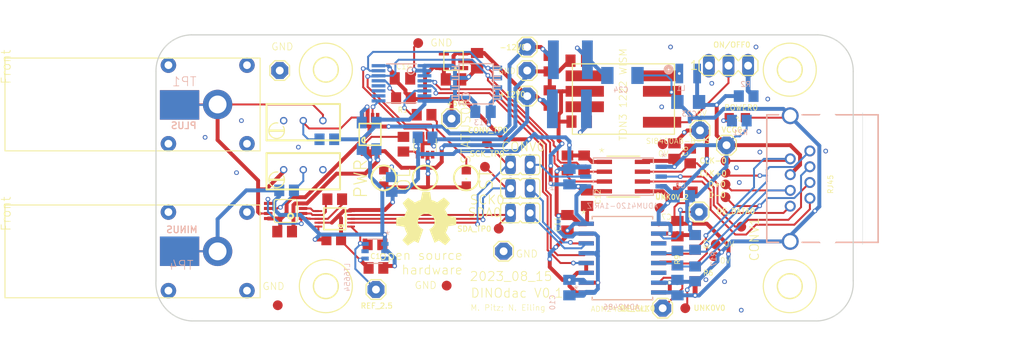
<source format=kicad_pcb>
(kicad_pcb (version 20221018) (generator pcbnew)
  (layers (0 "F.Cu" signal) (31 "B.Cu" signal) (34 "B.Paste" user) (35 "F.Paste" user) (36 "B.SilkS" user "B.Silkscreen") (37 "F.SilkS" user "F.Silkscreen") (38 "B.Mask" user) (39 "F.Mask" user) (44 "Edge.Cuts" user))
  (net 0 "")
  (net 1 "0V")
  (net 2 "N$53")
  (net 3 "+5V")
  (net 4 "DGND")
  (net 5 "CLK-")
  (net 6 "CLK+")
  (net 7 "DATA+")
  (net 8 "DATA-")
  (net 9 "REF_")
  (net 10 "V+")
  (net 11 "STATUS_LED")
  (net 12 "CONV")
  (net 13 "N$3")
  (net 14 "V_OUT")
  (net 15 "N$10")
  (net 16 "N$12")
  (net 17 "N$11")
  (net 18 "SDO_ADC")
  (net 19 "CONV_ADC")
  (net 20 "SCK_ADC")
  (net 21 "N$24")
  (net 22 "N$7")
  (net 23 "N$32")
  (net 24 "N$2")
  (net 25 "INPUT_ZERO")
  (net 26 "N_WE")
  (net 27 "DATA_DIR")
  (net 28 "CLK_DIR")
  (net 29 "N$22")
  (net 30 "N$26")
  (net 31 "N$27")
  (net 32 "SCL")
  (net 33 "SDO")
  (net 34 "N$9")
  (net 35 "N$1")
  (net 36 "N$5")
  (net 37 "N$15")
  (net 38 "N$16")
  (net 39 "N$14")
  (net 40 "N$17")
  (net 41 "N$4")
  (net 42 "N$6")
  (net 43 "N$19")
  (net 44 "+12V")
  (net 45 "-12V")
  (net 46 "N$13")
  (net 47 "N$18")
  (footprint "analog-out:C0805" (layer "F.Cu") (at 125.824849 112.9626 180)
    (fp_text reference "C29" hide)
    (fp_text value "100n" hide)
  )
  (footprint "analog-out:R0805" (layer "F.Cu") (at 156.050849 103.0566 90)
    (fp_text reference "R18" hide)
    (fp_text value "1.6k" hide)
  )
  (footprint "analog-out:SML0805" (layer "F.Cu") (at 178.021849 97.2146 180)
    (fp_text reference "POWER0")
    (fp_text value "gr" hide)
  )
  (footprint "analog-out:SOT23-8L" (layer "F.Cu") (at 137.635849 100.7706)
    (fp_text reference "U$4" hide)
    (fp_text value "MAX1036EKA+T" hide)
  )
  (footprint "analog-out:JP1" (layer "F.Cu") (at 149.954849 103.3106 -90)
    (fp_text reference "CONV0")
    (fp_text value "")
  )
  (footprint "analog-out:1X01" (layer "F.Cu") (at 168.369849 121.8526)
    (fp_text reference "DE_CLK0")
    (fp_text value "TESTPIN")
  )
  (footprint "analog-out:B1,27" (layer "F.Cu") (at 176.497849 102.8026)
    (fp_text reference "CLK-0")
    (fp_text value "PTR1B1,27")
  )
  (footprint "analog-out:R0805" (layer "F.Cu") (at 172.560849 117.4076 90)
    (fp_text reference "R6")
    (fp_text value "220" hide)
  )
  (footprint "analog-out:3,0" (layer "F.Cu") (at 124.805849 91.0036)
    (fp_text reference "H3" hide)
    (fp_text value "MOUNT-HOLE3.0" hide)
  )
  (footprint "analog-out:3,0" (layer "F.Cu") (at 184.805849 119.0036)
    (fp_text reference "H2" hide)
    (fp_text value "MOUNT-HOLE3.0" hide)
  )
  (footprint "analog-out:C0805" (layer "F.Cu") (at 131.285849 116.6456)
    (fp_text reference "C1")
    (fp_text value "100n" hide)
  )
  (footprint "analog-out:C0805K" (layer "F.Cu") (at 158.590849 107.6286 90)
    (fp_text reference "C12")
    (fp_text value "100n")
  )
  (footprint "analog-out:C0805K" (layer "F.Cu") (at 169.893849 101.5326 90)
    (fp_text reference "C6")
    (fp_text value "100n" hide)
  )
  (footprint "analog-out:B1,27" (layer "F.Cu") (at 178.529849 111.3116 -90)
    (fp_text reference "CONV1")
    (fp_text value "PTR1B1,27")
  )
  (footprint "analog-out:B1,27" (layer "F.Cu") (at 168.369849 100.6436)
    (fp_text reference "UNK0V_1" hide)
    (fp_text value "PTR1B1,27")
  )
  (footprint "analog-out:3,0" (layer "F.Cu") (at 184.805849 91.0036)
    (fp_text reference "H1" hide)
    (fp_text value "MOUNT-HOLE3.0" hide)
  )
  (footprint "analog-out:RW_16_ADI" (layer "F.Cu") (at 163.162849 115.3756)
    (fp_text reference "SERIAL_CLOCK0" hide)
    (fp_text value "ADM2486BRWZ")
  )
  (footprint "analog-out:B1,27" (layer "F.Cu") (at 136.746849 87.5626)
    (fp_text reference "GND5" hide)
    (fp_text value "PTR1B1,27")
  )
  (footprint "analog-out:B1,27" (layer "F.Cu") (at 176.497849 107.5016)
    (fp_text reference "D-0")
    (fp_text value "PTR1B1,27")
  )
  (footprint "analog-out:TDN3_TRP" (layer "F.Cu") (at 163.289849 94.8016 180)
    (fp_text reference "DC-DC_CONVERTER0" hide)
    (fp_text value "TDN 3-1221WISM")
  )
  (footprint "analog-out:B1,27" (layer "F.Cu") (at 176.497849 105.8506)
    (fp_text reference "D+0")
    (fp_text value "PTR1B1,27")
  )
  (footprint "analog-out:C0805K" (layer "F.Cu") (at 144.366849 89.8486 -90)
    (fp_text reference "C8" hide)
    (fp_text value "1u" hide)
  )
  (footprint "analog-out:C0805" (layer "F.Cu") (at 119.474849 111.9466 180)
    (fp_text reference "C28" hide)
    (fp_text value "100n" hide)
  )
  (footprint "analog-out:MSOP8" (layer "F.Cu") (at 119.601849 109.2796 90)
    (fp_text reference "U$3" hide)
    (fp_text value "ADA4522-2ARZ-RL" hide)
  )
  (footprint "analog-out:4MM_BANANA" (layer "F.Cu") (at 110.805849 114.5036 180)
    (fp_text reference "U$6" hide)
    (fp_text value "73099BLACK" hide)
  )
  (footprint "analog-out:4MM_BANANA" (layer "F.Cu") (at 110.805849 95.5036 180)
    (fp_text reference "U$5" hide)
    (fp_text value "73099RED" hide)
  )
  (footprint "analog-out:1X01" (layer "F.Cu") (at 118.839849 91.1186)
    (fp_text reference "DGND_6" hide)
    (fp_text value "TESTPIN" hide)
  )
  (footprint "analog-out:C0805K" (layer "F.Cu") (at 170.274849 111.5656 -90)
    (fp_text reference "C7")
    (fp_text value "100n")
  )
  (footprint "analog-out:SOT23-5" (layer "F.Cu") (at 141.318849 89.8486 180)
    (fp_text reference "U$7" hide)
    (fp_text value "LDO_MIC5233-5.0YM5-TR" hide)
  )
  (footprint "analog-out:B1,27" (layer "F.Cu") (at 118.585849 121.4716)
    (fp_text reference "DGND_2" hide)
    (fp_text value "PTR1B1,27")
  )
  (footprint "analog-out:R0805" (layer "F.Cu") (at 172.560849 113.3436 90)
    (fp_text reference "R7")
    (fp_text value "220" hide)
  )
  (footprint "analog-out:TP20SQ" (layer "F.Cu") (at 105.885849 114.4866)
    (fp_text reference "TP2" hide)
    (fp_text value "TPSTP20SQ" hide)
  )
  (footprint "analog-out:C0805K" (layer "F.Cu") (at 141.318849 92.2616)
    (fp_text reference "C2" hide)
    (fp_text value "1u" hide)
  )
  (footprint "analog-out:B1,27" (layer "F.Cu") (at 147.160849 111.5656)
    (fp_text reference "SDA_TP0")
    (fp_text value "PTR1B1,27")
  )
  (footprint "analog-out:RTRIMT93YA" (layer "F.Cu") (at 121.887849 103.9456 90)
    (fp_text reference "R4" hide)
    (fp_text value "10k" hide)
  )
  (footprint "analog-out:1X01" (layer "F.Cu") (at 150.843849 94.4206)
    (fp_text reference "+12V0")
    (fp_text value "TESTPIN" hide)
  )
  (footprint "analog-out:C0805K" (layer "F.Cu") (at 153.764849 94.6746 90)
    (fp_text reference "C15" hide)
    (fp_text value "tbd" hide)
  )
  (footprint "analog-out:C0805K" (layer "F.Cu") (at 156.050849 110.8036 -90)
    (fp_text reference "C11")
    (fp_text value "100n" hide)
  )
  (footprint "analog-out:R0805" (layer "F.Cu") (at 170.274849 115.3756 -90)
    (fp_text reference "R9")
    (fp_text value "120")
  )
  (footprint "analog-out:B1,27" (layer "F.Cu") (at 171.290849 121.8526 90)
    (fp_text reference "UNK0V0")
    (fp_text value "PTR1B1,27")
  )
  (footprint "analog-out:MSOP10" (layer "F.Cu") (at 125.951849 110.2956 90)
    (fp_text reference "U$1" hide)
    (fp_text value "LTC2642IMS-16" hide)
  )
  (footprint "analog-out:UMAX8" (layer "F.Cu") (at 130.523849 99.3736)
    (fp_text reference "U$11" hide)
    (fp_text value "MAX4659" hide)
  )
  (footprint "analog-out:JP1" (layer "F.Cu") (at 149.954849 109.5336 -90)
    (fp_text reference "SDA0")
    (fp_text value "")
  )
  (footprint "analog-out:RTRIMT93YA" (layer "F.Cu") (at 121.887849 97.5956 90)
    (fp_text reference "R11" hide)
    (fp_text value "10k")
  )
  (footprint "analog-out:C0805" (layer "F.Cu") (at 131.158849 113.5976)
    (fp_text reference "C51" hide)
    (fp_text value "1u" hide)
  )
  (footprint "analog-out:1X01" (layer "F.Cu") (at 131.285849 119.4396 180)
    (fp_text reference "REF_2.5")
    (fp_text value "TESTPIN" hide)
  )
  (footprint "analog-out:B1,27" (layer "F.Cu") (at 145.382849 103.5646 -90)
    (fp_text reference "SCK_TP0")
    (fp_text value "PTR1B1,27")
  )
  (footprint "analog-out:B1,27" (layer "F.Cu") (at 145.636849 100.5166 -90)
    (fp_text reference "CONV_TP0")
    (fp_text value "PTR1B1,27")
  )
  (footprint "analog-out:B1,27" (layer "F.Cu") (at 175.227849 113.5976)
    (fp_text reference "UNK0V_4" hide)
    (fp_text value "PTR1B1,27")
  )
  (footprint "analog-out:1X01" (layer "F.Cu") (at 176.624849 100.7706)
    (fp_text reference "VCC0")
    (fp_text value "TESTPIN" hide)
  )
  (footprint "analog-out:B1,27" (layer "F.Cu") (at 176.497849 104.3266)
    (fp_text reference "CLK+0")
    (fp_text value "PTR1B1,27")
  )
  (footprint "analog-out:R0805" (layer "F.Cu") (at 134.841849 100.6436 90)
    (fp_text reference "R12" hide)
    (fp_text value "1k" hide)
  )
  (footprint "analog-out:1X01" (layer "F.Cu") (at 173.195849 98.8656)
    (fp_text reference "DGND0" hide)
    (fp_text value "TESTPIN" hide)
  )
  (footprint "analog-out:R0805" (layer "F.Cu") (at 137.508849 96.8336 180)
    (fp_text reference "R8" hide)
    (fp_text value "680" hide)
  )
  (footprint "analog-out:MA03-1" (layer "F.Cu") (at 176.878849 90.4836)
    (fp_text reference "ON/OFF0")
    (fp_text value "")
  )
  (footprint "analog-out:B1,27" (layer "F.Cu") (at 140.429849 118.9316 180)
    (fp_text reference "DGND_1" hide)
    (fp_text value "PTR1B1,27")
  )
  (footprint "analog-out:1X01" (layer "F.Cu") (at 150.843849 88.0706)
    (fp_text reference "-12V0")
    (fp_text value "TESTPIN")
  )
  (footprint "analog-out:CHIPLED_0805" (layer "F.Cu") (at 142.969849 105.0036 180)
    (fp_text reference "STATUS0")
    (fp_text value "GREEN" hide)
  )
  (footprint "analog-out:1X01" (layer "F.Cu") (at 141.064849 97.3416)
    (fp_text reference "+5V0")
    (fp_text value "TESTPIN")
  )
  (footprint "analog-out:GLX-S-88M" (layer "F.Cu") (at 189.705849 105.0886 -90)
    (fp_text reference "RJ45")
    (fp_text value "GLX-S-88M" hide)
    (fp_line (start -8.532 -4.52) (end 8.532 -4.52) (stroke (width 0.05)) (layer "Edge.Cuts"))
  )
  (footprint "analog-out:B1,27" (layer "F.Cu") (at 174.973849 115.1216)
    (fp_text reference "UNK0V_3" hide)
    (fp_text value "PTR1B1,27")
  )
  (footprint "analog-out:C0805K" (layer "F.Cu") (at 157.574849 97.7226 180)
    (fp_text reference "C18" hide)
    (fp_text value "tbd" hide)
  )
  (footprint "analog-out:C0805K" (layer "F.Cu") (at 153.764849 90.2296 90)
    (fp_text reference "C20" hide)
    (fp_text value "tbd" hide)
  )
  (footprint "analog-out:1X01" (layer "F.Cu") (at 147.795849 114.4866)
    (fp_text reference "DGND_5" hide)
    (fp_text value "TESTPIN" hide)
  )
  (footprint "analog-out:C0805" (layer "F.Cu") (at 125.951849 107.7556 180)
    (fp_text reference "C27" hide)
    (fp_text value "10p" hide)
  )
  (footprint "analog-out:R0805" (layer "F.Cu") (at 158.209849 103.0566 90)
    (fp_text reference "R19" hide)
    (fp_text value "1.6k" hide)
  )
  (footprint "analog-out:1X01" (layer "F.Cu") (at 150.843849 91.1186)
    (fp_text reference "GND_4" hide)
    (fp_text value "GND4" hide)
  )
  (footprint "analog-out:R0805" (layer "F.Cu") (at 171.290849 106.8666)
    (fp_text reference "R22" hide)
    (fp_text value "DNP")
  )
  (footprint "analog-out:C0805K" (layer "F.Cu") (at 134.714849 92.1346)
    (fp_text reference "C14")
    (fp_text value "100n" hide)
  )
  (footprint "analog-out:OSHW_8MM" (layer "F.Cu") (at 137.762849 110.6766)
    (fp_text reference "GOLD_ORB_SM1" hide)
    (fp_text value "OSHWLOGOLOGO8MM" hide)
  )
  (footprint "analog-out:JP1" (layer "F.Cu") (at 149.954849 106.3586 -90)
    (fp_text reference "SCK0")
    (fp_text value "")
  )
  (footprint "analog-out:SML0805" (layer "F.Cu") (at 132.301849 105.0036 90)
    (fp_text reference "POWER1" hide)
    (fp_text value "gr" hide)
  )
  (footprint "analog-out:R_8_ADI" (layer "F.Cu") (at 163.289849 104.8346)
    (fp_text reference "I2C0" hide)
    (fp_text value "SI8400AB-B-IS")
  )
  (footprint "analog-out:R0805" (layer "F.Cu") (at 171.925849 102.1676 90)
    (fp_text reference "R20" hide)
    (fp_text value "DNP")
  )
  (footprint "analog-out:TP20SQ" (layer "F.Cu") (at 105.885849 95.5636)
    (fp_text reference "TP3" hide)
    (fp_text value "TPSTP20SQ" hide)
  )
  (footprint "analog-out:3,0" (layer "F.Cu") (at 124.805849 119.0036)
    (fp_text reference "H4" hide)
    (fp_text value "MOUNT-HOLE3.0" hide)
  )
  (footprint "analog-out:B1,27" (layer "F.Cu") (at 167.988849 108.8986)
    (fp_text reference "UNK0V_2")
    (fp_text value "PTR1B1,27")
  )
  (footprint "analog-out:R0805" (layer "F.Cu") (at 134.841849 94.6746 180)
    (fp_text reference "R1")
    (fp_text value "10k" hide)
  )
  (footprint "analog-out:C0805K" (layer "F.Cu") (at 157.447849 89.8486)
    (fp_text reference "C19" hide)
    (fp_text value "tbd" hide)
  )
  (footprint "analog-out:1X01" (layer "F.Cu") (at 173.068849 109.4066)
    (fp_text reference "DE_DATA0")
    (fp_text value "TESTPIN" hide)
  )
  (footprint "analog-out:C0805K" (layer "B.Cu") (at 170.274849 119.1856 90)
    (fp_text reference "C9" hide)
    (fp_text value "100n")
  )
  (footprint "analog-out:TSSOP16L" (layer "B.Cu") (at 134.587849 92.7696 -90)
    (fp_text reference "U$2" hide)
    (fp_text value "TCA9534" hide)
  )
  (footprint "analog-out:C0805" (layer "B.Cu") (at 130.396849 101.2786)
    (fp_text reference "C22" hide)
    (fp_text value "100n" hide)
  )
  (footprint "analog-out:R0805" (layer "B.Cu") (at 119.728849 106.6126 180)
    (fp_text reference "R5" hide)
    (fp_text value "2k2" hide)
  )
  (footprint "analog-out:C0805K" (layer "B.Cu") (at 156.304849 119.1856 90)
    (fp_text reference "C10")
    (fp_text value "100n" hide)
  )
  (footprint "analog-out:C0805" (layer "B.Cu") (at 137.635849 99.7546)
    (fp_text reference "C5" hide)
    (fp_text value "100n" hide)
  )
  (footprint "analog-out:TP20SQ" (layer "B.Cu") (at 105.885849 95.5636 180)
    (fp_text reference "TP1")
    (fp_text value "TPSTP20SQ" hide)
  )
  (footprint "analog-out:C0805" (layer "B.Cu") (at 130.396849 97.8496)
    (fp_text reference "C25" hide)
    (fp_text value "100n" hide)
  )
  (footprint "analog-out:C1206" (layer "B.Cu") (at 171.671849 95.1826)
    (fp_text reference "C23")
    (fp_text value "22u")
  )
  (footprint "analog-out:L5038P" (layer "B.Cu") (at 156.431849 89.7216)
    (fp_text reference "U$9" hide)
    (fp_text value "4u7" hide)
  )
  (footprint "analog-out:C0805K" (layer "B.Cu") (at 170.909849 107.3746 180)
    (fp_text reference "C3")
    (fp_text value "100n")
  )
  (footprint "analog-out:R0805" (layer "B.Cu") (at 172.560849 117.4076 -90)
    (fp_text reference "R17")
    (fp_text value "220" hide)
  )
  (footprint "analog-out:L5038P" (layer "B.Cu") (at 156.304849 96.0716)
    (fp_text reference "U$8" hide)
    (fp_text value "4u7" hide)
  )
  (footprint "analog-out:TP20SQ" (layer "B.Cu") (at 105.885849 114.4866 180)
    (fp_text reference "TP4")
    (fp_text value "TPSTP20SQ" hide)
  )
  (footprint "analog-out:BR24T1MFJ-3AM" (layer "B.Cu") (at 144.239849 92.8966 90)
    (fp_text reference "ROHM_I2C0" hide)
    (fp_text value "BR24T1MF-3AM" hide)
  )
  (footprint "analog-out:R0805" (layer "B.Cu") (at 170.274849 115.3756 90)
    (fp_text reference "R15" hide)
    (fp_text value "120")
  )
  (footprint "analog-out:C0805K" (layer "B.Cu") (at 156.304849 104.8346 -90)
    (fp_text reference "C4")
    (fp_text value "100n" hide)
  )
  (footprint "analog-out:R0805" (layer "B.Cu") (at 133.317849 105.8506 -90)
    (fp_text reference "R23" hide)
    (fp_text value "680" hide)
  )
  (footprint "analog-out:SM-NE29" (layer "B.Cu") (at 171.671849 91.4996)
    (fp_text reference "L1")
    (fp_text value "6u8")
  )
  (footprint "analog-out:C1808" (layer "B.Cu") (at 163.162849 91.7536 180)
    (fp_text reference "C24")
    (fp_text value "220p" hide)
  )
  (footprint "analog-out:RW_16_ADI" (layer "B.Cu") (at 163.162849 115.3756)
    (fp_text reference "SERIAL_DATA0" hide)
    (fp_text value "ADM2486")
  )
  (footprint "analog-out:R0805" (layer "B.Cu") (at 178.275849 97.5956)
    (fp_text reference "R21")
    (fp_text value "680" hide)
  )
  (footprint "analog-out:R0805" (layer "B.Cu") (at 124.935849 100.0086)
    (fp_text reference "R3" hide)
    (fp_text value "1k" hide)
  )
  (footprint "analog-out:R0805" (layer "B.Cu") (at 179.164849 94.4206)
    (fp_text reference "R2")
    (fp_text value "1k5")
  )
  (footprint "analog-out:R0805" (layer "B.Cu") (at 172.560849 113.3436 -90)
    (fp_text reference "R16" hide)
    (fp_text value "220" hide)
  )
  (footprint "analog-out:S_6_ADI" (layer "B.Cu") (at 131.158849 114.4866 180)
    (fp_text reference "REF0" hide)
    (fp_text value "LT6654")
  )
  (footprint "analog-out:C0805K" (layer "B.Cu") (at 145.128849 96.4526 180)
    (fp_text reference "C13")
    (fp_text value "100n" hide)
  )
  (footprint "analog-out:RI_6_1_ADI" (layer "B.Cu") (at 163.289849 104.8346 180)
    (fp_text reference "CONVERSION0" hide)
    (fp_text value "ADUM4120-1ARIZ")
  )
  (gr_circle (center 137.635849 105.0036) (end 139.235849 105.0036) (stroke (width 0.254)) (fill none) (layer "F.SilkS"))
  (gr_circle (center 132.301849 105.0036) (end 133.901849 105.0036) (stroke (width 0.254)) (fill none) (layer "F.SilkS"))
  (gr_circle (center 142.969849 105.0036) (end 144.569849 105.0036) (stroke (width 0.254)) (fill none) (layer "F.SilkS"))
  (gr_line (start 193.007849 118.2966) (end 193.007849 91.2456) (stroke (width 0.1524)) (layer "Edge.Cuts"))
  (gr_line (start 107.409849 86.5036) (end 188.435849 86.5036) (stroke (width 0.1524)) (layer "Edge.Cuts"))
  (gr_arc (start 188.435849 86.5036) (mid 191.703949 87.927708) (end 193.007849 91.2456) (stroke (width 0.1524)) (layer "Edge.Cuts"))
  (gr_line (start 102.837849 91.2456) (end 102.837849 118.2966) (stroke (width 0.1524)) (layer "Edge.Cuts"))
  (gr_arc (start 193.007849 118.2966) (mid 191.800254 121.846992) (end 188.435849 123.5036) (stroke (width 0.1524)) (layer "Edge.Cuts"))
  (gr_arc (start 107.409849 123.5036) (mid 104.045444 121.846992) (end 102.837849 118.2966) (stroke (width 0.1524)) (layer "Edge.Cuts"))
  (gr_arc (start 102.837849 91.2456) (mid 104.141749 87.927708) (end 107.409849 86.5036) (stroke (width 0.1524)) (layer "Edge.Cuts"))
  (gr_line (start 107.409849 123.5036) (end 188.435849 123.5036) (stroke (width 0.1524)) (layer "Edge.Cuts"))
  (gr_text "MINUS" (at 108.298849 112.2006) (layer "B.SilkS") (effects (font (size 0.8636 0.8636) (thickness 0.1524)) (justify left bottom mirror)))
  (gr_text "PLUS" (at 108.171849 98.7386) (layer "B.SilkS") (effects (font (size 0.8636 0.8636) (thickness 0.1524)) (justify left bottom mirror)))
  (gr_text "GND" (at 147.033849 91.6266) (layer "F.SilkS") (effects (font (size 0.747776 0.747776) (thickness 0.065024)) (justify left bottom)))
  (gr_text "GND" (at 117.696849 88.5786) (layer "F.SilkS") (effects (font (size 0.93472 0.93472) (thickness 0.08128)) (justify left bottom)))
  (gr_text "ST" (at 146.525849 106.7396 90) (layer "F.SilkS") (effects (font (size 1.63576 1.63576) (thickness 0.14224)) (justify left bottom)))
  (gr_text "TDN3 1222 WISM" (at 163.797849 100.2626 90) (layer "F.SilkS") (effects (font (size 0.93472 0.93472) (thickness 0.08128)) (justify left bottom)))
  (gr_text "0V" (at 167.353849 107.7556) (layer "F.SilkS") (effects (font (size 0.747776 0.747776) (thickness 0.065024)) (justify left bottom)))
  (gr_text "0V" (at 176.243849 113.9786) (layer "F.SilkS") (effects (font (size 0.747776 0.747776) (thickness 0.065024)) (justify left bottom)))
  (gr_text "0V" (at 172.687849 97.0876) (layer "F.SilkS") (effects (font (size 0.747776 0.747776) (thickness 0.065024)) (justify left bottom)))
  (gr_text "GND" (at 136.238849 119.4396) (layer "F.SilkS") (effects (font (size 0.93472 0.93472) (thickness 0.08128)) (justify left bottom)))
  (gr_text "GND" (at 149.319849 115.3756) (layer "F.SilkS") (effects (font (size 0.93472 0.93472) (thickness 0.08128)) (justify left bottom)))
  (gr_text "M. Pitz; N. Eiling" (at 143.477849 122.2336) (layer "F.SilkS") (effects (font (size 0.747776 0.747776) (thickness 0.065024)) (justify left bottom)))
  (gr_text "GND" (at 116.553849 119.5666) (layer "F.SilkS") (effects (font (size 0.93472 0.93472) (thickness 0.08128)) (justify left bottom)))
  (gr_text "PWR" (at 130.269849 107.7556 90) (layer "F.SilkS") (effects (font (size 1.63576 1.63576) (thickness 0.14224)) (justify left bottom)))
  (gr_text "OL" (at 135.857849 106.8666 90) (layer "F.SilkS") (effects (font (size 1.63576 1.63576) (thickness 0.14224)) (justify left bottom)))
  (gr_text "0V" (at 175.735849 116.1376) (layer "F.SilkS") (effects (font (size 0.747776 0.747776) (thickness 0.065024)) (justify left bottom)))
  (gr_text "0V" (at 167.734849 102.2946) (layer "F.SilkS") (effects (font (size 0.747776 0.747776) (thickness 0.065024)) (justify left bottom)))
  (gr_text "DINOdac V0.1" (at 143.477849 120.5826) (layer "F.SilkS") (effects (font (size 1.1684 1.1684) (thickness 0.1016)) (justify left bottom)))
  (gr_text "GND" (at 138.270849 88.0706) (layer "F.SilkS") (effects (font (size 0.93472 0.93472) (thickness 0.08128)) (justify left bottom)))
  (gr_text "2023_08_15" (at 143.350849 118.4236) (layer "F.SilkS") (effects (font (size 1.1684 1.1684) (thickness 0.1016)) (justify left bottom)))
  (segment (start 170.253849 112.2006) (end 170.446849 112.3936) (width 0.635) (layer "F.Cu") (net 1))
  (segment (start 179.071849 97.2146) (end 184.614849 97.2146) (width 0.254) (layer "F.Cu") (net 1))
  (segment (start 168.289849 93.8016) (end 169.065105 93.464857) (width 0.254) (layer "F.Cu") (net 1))
  (segment (start 167.988849 108.8986) (end 168.369849 108.8986) (width 0.254) (layer "F.Cu") (net 1))
  (segment (start 169.289749 112.2006) (end 170.253849 112.2006) (width 0.508) (layer "F.Cu") (net 1))
  (segment (start 175.481849 115.1216) (end 174.973849 115.1216) (width 0.254) (layer "F.Cu") (net 1))
  (segment (start 175.227849 113.8516) (end 175.227849 113.5976) (width 0.254) (layer "F.Cu") (net 1))
  (segment (start 171.544849 121.5986) (end 171.544849 119.4816) (width 0.254) (layer "F.Cu") (net 1))
  (segment (start 171.560849 98.8656) (end 173.195849 98.8656) (width 0.508) (layer "F.Cu") (net 1))
  (segment (start 169.131849 119.8206) (end 167.849149 119.8206) (width 0.508) (layer "F.Cu") (net 1))
  (segment (start 167.849149 112.2006) (end 169.289749 112.2006) (width 0.508) (layer "F.Cu") (net 1))
  (segment (start 172.560849 112.3936) (end 170.446849 112.3936) (width 0.508) (layer "F.Cu") (net 1))
  (segment (start 169.289749 118.5506) (end 169.289749 119.6627) (width 0.508) (layer "F.Cu") (net 1))
  (segment (start 171.290849 121.8526) (end 171.544849 121.5986) (width 0.254) (layer "F.Cu") (net 1))
  (segment (start 173.195849 98.8656) (end 174.084849 98.8656) (width 0.508) (layer "F.Cu") (net 1))
  (segment (start 165.753649 106.7396) (end 168.369849 106.7396) (width 0.508) (layer "F.Cu") (net 1))
  (segment (start 169.289749 119.6627) (end 169.131849 119.8206) (width 0.508) (layer "F.Cu") (net 1))
  (segment (start 170.446849 112.3936) (end 170.274849 112.5656) (width 0.635) (layer "F.Cu") (net 1))
  (segment (start 175.989849 114.6136) (end 175.227849 113.8516) (width 0.254) (layer "F.Cu") (net 1))
  (segment (start 168.369849 106.7396) (end 169.004849 107.3746) (width 0.508) (layer "F.Cu") (net 1))
  (segment (start 175.989849 114.6136) (end 175.481849 115.1216) (width 0.254) (layer "F.Cu") (net 1))
  (segment (start 169.004849 107.3746) (end 169.004849 108.2636) (width 0.508) (layer "F.Cu") (net 1))
  (segment (start 174.084849 98.8656) (end 174.084849 102.5486) (width 0.508) (layer "F.Cu") (net 1))
  (segment (start 169.004849 108.2636) (end 168.369849 108.8986) (width 0.254) (layer "F.Cu") (net 1))
  (segment (start 169.065105 93.464857) (end 169.512849 93.9126) (width 0.254) (layer "F.Cu") (net 1))
  (segment (start 168.369849 100.6436) (end 168.115849 100.8976) (width 0.254) (layer "F.Cu") (net 1))
  (segment (start 169.893849 100.5326) (end 171.560849 98.8656) (width 0.508) (layer "F.Cu") (net 1))
  (segment (start 184.614849 97.2146) (end 184.865849 96.9636) (width 0.254) (layer "F.Cu") (net 1))
  (via (at 178.529849 122.1066) (size 0.6) (drill 0.35) (layers "F.Cu" "B.Cu") (net 1))
  (via (at 171.163849 99.1196) (size 0.6) (drill 0.35) (layers "F.Cu" "B.Cu") (net 1))
  (via (at 169.004849 108.2636) (size 0.6) (drill 0.35) (layers "F.Cu" "B.Cu") (net 1))
  (via (at 177.894849 103.6916) (size 0.6) (drill 0.35) (layers "F.Cu" "B.Cu") (net 1))
  (via (at 173.957849 118.1696) (size 0.6) (drill 0.35) (layers "F.Cu" "B.Cu") (net 1))
  (via (at 169.289749 112.2006) (size 0.6) (drill 0.35) (layers "F.Cu" "B.Cu") (net 1))
  (via (at 169.289749 118.5506) (size 0.6) (drill 0.35) (layers "F.Cu" "B.Cu") (net 1))
  (via (at 169.385849 88.0706) (size 0.6) (drill 0.35) (layers "F.Cu" "B.Cu") (net 1))
  (via (at 178.275849 105.5966) (size 0.6) (drill 0.35) (layers "F.Cu" "B.Cu") (net 1))
  (via (at 171.544849 119.4816) (size 0.6) (drill 0.35) (layers "F.Cu" "B.Cu") (net 1))
  (via (at 169.512849 93.9126) (size 0.6) (drill 0.35) (layers "F.Cu" "B.Cu") (net 1))
  (via (at 174.719849 92.7696) (size 0.6) (drill 0.35) (layers "F.Cu" "B.Cu") (net 1))
  (via (at 180.942849 101.6596) (size 0.6) (drill 0.35) (layers "F.Cu" "B.Cu") (net 1))
  (via (at 188.054849 109.2796) (size 0.6) (drill 0.35) (layers "F.Cu" "B.Cu") (net 1))
  (via (at 189.451849 101.5326) (size 0.6) (drill 0.35) (layers "F.Cu" "B.Cu") (net 1))
  (via (at 180.815849 98.9926) (size 0.6) (drill 0.35) (layers "F.Cu" "B.Cu") (net 1))
  (via (at 168.242849 95.8176) (size 0.6) (drill 0.35) (layers "F.Cu" "B.Cu") (net 1))
  (via (at 175.989849 114.6136) (size 0.6) (drill 0.35) (layers "F.Cu" "B.Cu") (net 1))
  (via (at 174.084849 102.5486) (size 0.6) (drill 0.35) (layers "F.Cu" "B.Cu") (net 1))
  (via (at 181.958849 94.8016) (size 0.6) (drill 0.35) (layers "F.Cu" "B.Cu") (net 1))
  (via (at 180.434849 88.0706) (size 0.6) (drill 0.35) (layers "F.Cu" "B.Cu") (net 1))
  (segment (start 169.289749 112.2006) (end 169.385849 112.1045) (width 0.508) (layer "B.Cu") (net 1))
  (segment (start 172.560849 118.3576) (end 172.478849 118.4396) (width 0.635) (layer "B.Cu") (net 1))
  (segment (start 169.131849 110.9306) (end 169.385849 111.1846) (width 0.508) (layer "B.Cu") (net 1))
  (segment (start 188.626349 108.7081) (end 188.054849 109.2796) (width 0.508) (layer "B.Cu") (net 1))
  (segment (start 169.004849 108.2636) (end 168.992149 108.2636) (width 0.508) (layer "B.Cu") (net 1))
  (segment (start 170.271849 94.6716) (end 169.512849 93.9126) (width 0.254) (layer "B.Cu") (net 1))
  (segment (start 171.544849 119.4816) (end 171.544849 119.3736) (width 0.254) (layer "B.Cu") (net 1))
  (segment (start 165.112849 91.7536) (end 168.877849 91.7536) (width 0.254) (layer "B.Cu") (net 1))
  (segment (start 188.626349 100.8341) (end 188.626349 108.7081) (width 0.508) (layer "B.Cu") (net 1))
  (segment (start 167.849149 110.9306) (end 169.131849 110.9306) (width 0.508) (layer "B.Cu") (net 1))
  (segment (start 171.544849 119.3736) (end 172.478849 118.4396) (width 0.254) (layer "B.Cu") (net 1))
  (segment (start 172.560849 118.3576) (end 172.880849 118.3576) (width 0.508) (layer "B.Cu") (net 1))
  (segment (start 169.984349 107.4111) (end 168.677849 106.1046) (width 0.635) (layer "B.Cu") (net 1))
  (segment (start 169.020849 108.2636) (end 169.004849 108.2636) (width 0.508) (layer "B.Cu") (net 1))
  (segment (start 184.865849 112.4686) (end 184.865849 113.2136) (width 0.508) (layer "B.Cu") (net 1))
  (segment (start 170.446849 118.3576) (end 170.274849 118.1856) (width 0.635) (layer "B.Cu") (net 1))
  (segment (start 169.909849 107.3746) (end 169.909849 107.353257) (width 0.508) (layer "B.Cu") (net 1))
  (segment (start 169.947849 107.3746) (end 169.984349 107.4111) (width 0.254) (layer "B.Cu") (net 1))
  (segment (start 171.860849 96.7716) (end 171.860849 97.7114) (width 0.508) (layer "B.Cu") (net 1))
  (segment (start 169.909849 107.3746) (end 169.020849 108.2636) (width 0.508) (layer "B.Cu") (net 1))
  (segment (start 167.849149 118.5506) (end 169.289749 118.5506) (width 0.508) (layer "B.Cu") (net 1))
  (segment (start 169.512849 92.3886) (end 169.512849 93.9126) (width 0.254) (layer "B.Cu") (net 1))
  (segment (start 184.865849 97.0736) (end 188.626349 100.8341) (width 0.508) (layer "B.Cu") (net 1))
  (segment (start 173.322849 97.2146) (end 173.195849 97.3416) (width 0.254) (layer "B.Cu") (net 1))
  (segment (start 175.100849 97.2146) (end 176.240849 96.0746) (width 0.508) (layer "B.Cu") (net 1))
  (segment (start 173.322849 97.2146) (end 175.100849 97.2146) (width 0.508) (layer "B.Cu") (net 1))
  (segment (start 183.976849 96.0746) (end 176.240849 96.0746) (width 0.508) (layer "B.Cu") (net 1))
  (segment (start 184.865849 96.9636) (end 183.976849 96.0746) (width 0.508) (layer "B.Cu") (net 1))
  (segment (start 172.478849 118.4396) (end 170.528849 118.4396) (width 0.508) (layer "B.Cu") (net 1))
  (segment (start 188.054849 109.2796) (end 184.865849 112.4686) (width 0.508) (layer "B.Cu") (net 1))
  (segment (start 173.195849 97.3416) (end 173.195849 98.8656) (width 0.508) (layer "B.Cu") (net 1))
  (segment (start 170.271849 95.1826) (end 170.271849 94.6716) (width 0.254) (layer "B.Cu") (net 1))
  (segment (start 177.323849 113.2136) (end 175.448849 115.0886) (width 0.508) (layer "B.Cu") (net 1))
  (segment (start 174.084849 102.5486) (end 174.084849 103.178257) (width 0.508) (layer "B.Cu") (net 1))
  (segment (start 168.169849 106.1046) (end 168.677849 106.1046) (width 0.635) (layer "B.Cu") (net 1))
  (segment (start 170.274849 118.1856) (end 170.528849 118.4396) (width 0.635) (layer "B.Cu") (net 1))
  (segment (start 174.084849 103.178257) (end 169.909849 107.353257) (width 0.508) (layer "B.Cu") (net 1))
  (segment (start 177.323849 113.2136) (end 184.865849 113.2136) (width 0.508) (layer "B.Cu") (net 1))
  (segment (start 172.303849 97.2146) (end 171.860849 96.7716) (width 0.508) (layer "B.Cu") (net 1))
  (segment (start 170.253849 118.5506) (end 170.446849 118.3576) (width 0.635) (layer "B.Cu") (net 1))
  (segment (start 184.865849 96.9636) (end 184.865849 97.0736) (width 0.508) (layer "B.Cu") (net 1))
  (segment (start 169.512849 92.3886) (end 168.877849 91.7536) (width 0.254) (layer "B.Cu") (net 1))
  (segment (start 169.289749 118.5506) (end 170.253849 118.5506) (width 0.508) (layer "B.Cu") (net 1))
  (segment (start 172.880849 118.3576) (end 175.448849 115.7896) (width 0.508) (layer "B.Cu") (net 1))
  (segment (start 175.448849 115.7896) (end 175.448849 115.0886) (width 0.508) (layer "B.Cu") (net 1))
  (segment (start 168.992149 108.2636) (end 167.849149 109.4066) (width 0.508) (layer "B.Cu") (net 1))
  (segment (start 169.909849 107.3746) (end 169.947849 107.3746) (width 0.254) (layer "B.Cu") (net 1))
  (segment (start 173.322849 97.2146) (end 172.303849 97.2146) (width 0.508) (layer "B.Cu") (net 1))
  (segment (start 170.271849 95.1826) (end 171.860849 96.7716) (width 0.508) (layer "B.Cu") (net 1))
  (segment (start 169.385849 111.1846) (end 169.385849 112.1045) (width 0.508) (layer "B.Cu") (net 1))
  (segment (start 167.849149 110.9306) (end 167.849149 109.4066) (width 0.508) (layer "B.Cu") (net 1))
  (segment (start 176.624849 97.2146) (end 176.243849 97.5956) (width 0.254) (layer "F.Cu") (net 2))
  (segment (start 176.971849 97.2146) (end 176.624849 97.2146) (width 0.254) (layer "F.Cu") (net 2))
  (via (at 176.243849 97.5956) (size 0.6) (drill 0.35) (layers "F.Cu" "B.Cu") (net 2))
  (segment (start 176.243849 97.5956) (end 177.325849 97.5956) (width 0.254) (layer "B.Cu") (net 2))
  (segment (start 158.590849 110.8163) (end 158.476549 110.9306) (width 0.508) (layer "F.Cu") (net 3))
  (segment (start 158.209849 102.1066) (end 156.050849 102.1066) (width 0.508) (layer "F.Cu") (net 3))
  (segment (start 130.269849 116.6456) (end 129.253849 115.6296) (width 0.508) (layer "F.Cu") (net 3))
  (segment (start 127.921949 109.1526) (end 128.048949 109.2796) (width 0.254) (layer "F.Cu") (net 3))
  (segment (start 158.590849 108.6286) (end 158.590849 110.8163) (width 0.508) (layer "F.Cu") (net 3))
  (segment (start 160.826049 102.9296) (end 159.236849 102.9296) (width 0.508) (layer "F.Cu") (net 3))
  (segment (start 141.064849 94.8016) (end 142.588849 94.8016) (width 0.508) (layer "F.Cu") (net 3))
  (segment (start 126.774849 112.9626) (end 126.774849 110.2296) (width 0.508) (layer "F.Cu") (net 3))
  (segment (start 137.635849 94.8016) (end 141.064849 94.8016) (width 0.508) (layer "F.Cu") (net 3))
  (segment (start 130.335849 116.6456) (end 130.269849 116.6456) (width 0.254) (layer "F.Cu") (net 3))
  (segment (start 133.079849 90.9916) (end 133.714849 91.6266) (width 0.508) (layer "F.Cu") (net 3))
  (segment (start 158.476549 110.9306) (end 157.587549 110.9306) (width 0.635) (layer "F.Cu") (net 3))
  (segment (start 135.095849 93.9786) (end 135.095849 93.6586) (width 0.508) (layer "F.Cu") (net 3))
  (segment (start 156.460549 109.8036) (end 156.050849 109.8036) (width 0.635) (layer "F.Cu") (net 3))
  (segment (start 125.578849 110.7956) (end 126.459849 109.9146) (width 0.508) (layer "F.Cu") (net 3))
  (segment (start 140.068849 90.7986) (end 139.093849 90.7986) (width 0.508) (layer "F.Cu") (net 3))
  (segment (start 127.094849 109.2796) (end 128.048949 109.2796) (width 0.381) (layer "F.Cu") (net 3))
  (segment (start 126.459849 109.9146) (end 127.094849 109.2796) (width 0.508) (layer "F.Cu") (net 3))
  (segment (start 156.050849 109.8036) (end 155.939849 109.9146) (width 0.254) (layer "F.Cu") (net 3))
  (segment (start 135.918849 94.8016) (end 137.635849 94.8016) (width 0.508) (layer "F.Cu") (net 3))
  (segment (start 140.318849 92.2616) (end 140.068849 92.0116) (width 0.508) (layer "F.Cu") (net 3))
  (segment (start 128.048949 109.2796) (end 128.064949 109.2956) (width 0.254) (layer "F.Cu") (net 3))
  (segment (start 123.838749 110.7956) (end 125.578849 110.7956) (width 0.254) (layer "F.Cu") (net 3))
  (segment (start 154.653849 104.1996) (end 154.653849 109.8036) (width 0.508) (layer "F.Cu") (net 3))
  (segment (start 133.444849 108.1366) (end 132.428849 109.1526) (width 0.508) (layer "F.Cu") (net 3))
  (segment (start 126.774849 113.1506) (end 126.774849 112.9626) (width 0.254) (layer "F.Cu") (net 3))
  (segment (start 156.177849 100.8976) (end 156.304849 100.7706) (width 0.254) (layer "F.Cu") (net 3))
  (segment (start 135.791849 94.6746) (end 135.095849 93.9786) (width 0.508) (layer "F.Cu") (net 3))
  (segment (start 158.413849 102.1066) (end 158.209849 102.1066) (width 0.254) (layer "F.Cu") (net 3))
  (segment (start 156.177849 101.9796) (end 156.177849 100.8976) (width 0.254) (layer "F.Cu") (net 3))
  (segment (start 135.095849 93.6586) (end 133.714849 92.2776) (width 0.508) (layer "F.Cu") (net 3))
  (segment (start 157.587549 110.9306) (end 156.460549 109.8036) (width 0.635) (layer "F.Cu") (net 3))
  (segment (start 137.635849 94.8016) (end 137.635849 91.7536) (width 0.508) (layer "F.Cu") (net 3))
  (segment (start 133.714849 91.6266) (end 133.714849 92.1346) (width 0.508) (layer "F.Cu") (net 3))
  (segment (start 142.588849 94.8016) (end 145.890849 98.1036) (width 0.508) (layer "F.Cu") (net 3))
  (segment (start 135.791849 94.6746) (end 135.918849 94.8016) (width 0.508) (layer "F.Cu") (net 3))
  (segment (start 155.939849 109.9146) (end 154.907849 109.9146) (width 0.508) (layer "F.Cu") (net 3))
  (segment (start 129.253849 115.6296) (end 126.774849 113.1506) (width 0.254) (layer "F.Cu") (net 3))
  (segment (start 147.795849 100.0086) (end 145.890849 98.1036) (width 0.508) (layer "F.Cu") (net 3))
  (segment (start 159.236849 102.9296) (end 158.413849 102.1066) (width 0.508) (layer "F.Cu") (net 3))
  (segment (start 154.653849 109.8036) (end 156.050849 109.8036) (width 0.508) (layer "F.Cu") (net 3))
  (segment (start 156.050849 102.1066) (end 156.177849 101.9796) (width 0.254) (layer "F.Cu") (net 3))
  (segment (start 136.660849 99.5456) (end 136.660849 100.7426) (width 0.381) (layer "F.Cu") (net 3))
  (segment (start 126.774849 110.2296) (end 126.459849 109.9146) (width 0.508) (layer "F.Cu") (net 3))
  (segment (start 154.704483 104.148966) (end 154.653849 104.1996) (width 0.508) (layer "F.Cu") (net 3))
  (segment (start 151.097849 100.0086) (end 147.795849 100.0086) (width 0.508) (layer "F.Cu") (net 3))
  (segment (start 141.064849 97.3416) (end 141.064849 94.8016) (width 0.508) (layer "F.Cu") (net 3))
  (segment (start 132.428849 109.1526) (end 127.921949 109.1526) (width 0.508) (layer "F.Cu") (net 3))
  (segment (start 137.635849 91.7536) (end 138.842349 90.5471) (width 0.508) (layer "F.Cu") (net 3))
  (segment (start 133.714849 92.2776) (end 133.714849 92.1346) (width 0.508) (layer "F.Cu") (net 3))
  (segment (start 139.093849 90.7986) (end 138.842349 90.5471) (width 0.508) (layer "F.Cu") (net 3))
  (segment (start 158.476549 118.5506) (end 159.987849 118.5506) (width 0.508) (layer "F.Cu") (net 3))
  (segment (start 140.068849 92.0116) (end 140.068849 90.7986) (width 0.508) (layer "F.Cu") (net 3))
  (segment (start 136.660849 100.7426) (end 136.492849 100.9106) (width 0.254) (layer "F.Cu") (net 3))
  (via (at 136.492849 100.9106) (size 0.6) (drill 0.35) (layers "F.Cu" "B.Cu") (net 3))
  (via (at 145.890849 98.1036) (size 0.6) (drill 0.35) (layers "F.Cu" "B.Cu") (net 3))
  (via (at 133.079849 90.9916) (size 0.6) (drill 0.35) (layers "F.Cu" "B.Cu") (net 3))
  (via (at 154.907849 109.9146) (size 0.6) (drill 0.35) (layers "F.Cu" "B.Cu") (net 3))
  (via (at 129.253849 115.6296) (size 0.6) (drill 0.35) (layers "F.Cu" "B.Cu") (net 3))
  (via (at 154.704483 104.148966) (size 0.6) (drill 0.35) (layers "F.Cu" "B.Cu") (net 3))
  (via (at 133.444849 108.1366) (size 0.6) (drill 0.35) (layers "F.Cu" "B.Cu") (net 3))
  (via (at 159.987849 118.5506) (size 0.6) (drill 0.35) (layers "F.Cu" "B.Cu") (net 3))
  (via (at 151.097849 100.0086) (size 0.6) (drill 0.35) (layers "F.Cu" "B.Cu") (net 3))
  (via (at 156.304849 100.7706) (size 0.6) (drill 0.35) (layers "F.Cu" "B.Cu") (net 3))
  (segment (start 146.128849 96.3256) (end 146.128849 95.3256) (width 0.508) (layer "B.Cu") (net 3))
  (segment (start 141.303442 101.9136) (end 141.682042 101.535) (width 0.508) (layer "B.Cu") (net 3))
  (segment (start 159.733849 114.7406) (end 158.476549 114.7406) (width 0.508) (layer "B.Cu") (net 3))
  (segment (start 146.970349 93.3411) (end 146.970349 94.6111) (width 0.508) (layer "B.Cu") (net 3))
  (segment (start 158.476549 119.8206) (end 158.111549 120.1856) (width 0.508) (layer "B.Cu") (net 3))
  (segment (start 141.682042 101.535) (end 149.571449 101.535) (width 0.508) (layer "B.Cu") (net 3))
  (segment (start 129.876149 115.4366) (end 129.446849 115.4366) (width 0.254) (layer "B.Cu") (net 3))
  (segment (start 146.128849 96.4526) (end 146.128849 96.3256) (width 0.254) (layer "B.Cu") (net 3))
  (segment (start 136.733849 101.9136) (end 141.303442 101.9136) (width 0.508) (layer "B.Cu") (net 3))
  (segment (start 155.796849 99.7546) (end 152.240849 99.7546) (width 0.508) (layer "B.Cu") (net 3))
  (segment (start 136.733849 101.1516) (end 136.733849 101.9136) (width 0.508) (layer "B.Cu") (net 3))
  (segment (start 145.890849 98.1036) (end 145.890849 96.5636) (width 0.508) (layer "B.Cu") (net 3))
  (segment (start 159.606849 112.2006) (end 159.987849 112.5816) (width 0.508) (layer "B.Cu") (net 3))
  (segment (start 159.733849 114.8676) (end 159.987849 115.1216) (width 0.508) (layer "B.Cu") (net 3))
  (segment (start 136.492849 100.9106) (end 136.733849 101.1516) (width 0.508) (layer "B.Cu") (net 3))
  (segment (start 146.843349 94.6111) (end 146.970349 94.6111) (width 0.508) (layer "B.Cu") (net 3))
  (segment (start 145.890849 96.5636) (end 146.128849 96.3256) (width 0.508) (layer "B.Cu") (net 3))
  (segment (start 158.111549 120.1856) (end 156.304849 120.1856) (width 0.635) (layer "B.Cu") (net 3))
  (segment (start 159.987849 114.4866) (end 159.733849 114.7406) (width 0.508) (layer "B.Cu") (net 3))
  (segment (start 133.079849 90.9916) (end 133.079849 90.7376) (width 0.508) (layer "B.Cu") (net 3))
  (segment (start 158.491649 119.8055) (end 158.476549 119.8206) (width 0.635) (layer "B.Cu") (net 3))
  (segment (start 156.558849 103.5806) (end 156.304849 103.8346) (width 0.635) (layer "B.Cu") (net 3))
  (segment (start 159.987849 112.5816) (end 159.987849 114.4866) (width 0.508) (layer "B.Cu") (net 3))
  (segment (start 158.393849 103.5806) (end 156.558849 103.5806) (width 0.635) (layer "B.Cu") (net 3))
  (segment (start 157.066849 112.2006) (end 158.476549 112.2006) (width 0.508) (layer "B.Cu") (net 3))
  (segment (start 159.733849 114.7406) (end 159.733849 114.8676) (width 0.508) (layer "B.Cu") (net 3))
  (segment (start 159.987849 115.1216) (end 159.987849 118.5506) (width 0.508) (layer "B.Cu") (net 3))
  (segment (start 146.128849 95.3256) (end 146.843349 94.6111) (width 0.508) (layer "B.Cu") (net 3))
  (segment (start 136.733849 105.1016) (end 135.034849 106.8006) (width 0.508) (layer "B.Cu") (net 3))
  (segment (start 155.018849 103.8346) (end 154.704483 104.148966) (width 0.508) (layer "B.Cu") (net 3))
  (segment (start 154.907849 111.8196) (end 155.669849 112.5816) (width 0.508) (layer "B.Cu") (net 3))
  (segment (start 156.304849 103.8346) (end 155.018849 103.8346) (width 0.508) (layer "B.Cu") (net 3))
  (segment (start 158.476549 112.2006) (end 159.606849 112.2006) (width 0.508) (layer "B.Cu") (net 3))
  (segment (start 133.444849 106.9276) (end 133.444849 108.1366) (width 0.508) (layer "B.Cu") (net 3))
  (segment (start 149.571449 101.535) (end 151.097849 100.0086) (width 0.508) (layer "B.Cu") (net 3))
  (segment (start 159.533792 119.8055) (end 158.491649 119.8055) (width 0.635) (layer "B.Cu") (net 3))
  (segment (start 158.409849 103.5646) (end 158.393849 103.5806) (width 0.635) (layer "B.Cu") (net 3))
  (segment (start 136.733849 101.9136) (end 136.733849 105.1016) (width 0.508) (layer "B.Cu") (net 3))
  (segment (start 156.304849 100.7706) (end 156.304849 103.8346) (width 0.508) (layer "B.Cu") (net 3))
  (segment (start 133.317849 106.8006) (end 133.444849 106.9276) (width 0.254) (layer "B.Cu") (net 3))
  (segment (start 156.304849 100.2626) (end 156.304849 100.7706) (width 0.508) (layer "B.Cu") (net 3))
  (segment (start 159.987849 115.1216) (end 159.987849 114.4866) (width 0.508) (layer "B.Cu") (net 3))
  (segment (start 156.304849 100.2626) (end 155.796849 99.7546) (width 0.508) (layer "B.Cu") (net 3))
  (segment (start 129.253849 115.6296) (end 129.446849 115.4366) (width 0.254) (layer "B.Cu") (net 3))
  (segment (start 133.079849 90.7376) (end 132.836849 90.4946) (width 0.508) (layer "B.Cu") (net 3))
  (segment (start 136.685849 100.7176) (end 136.492849 100.9106) (width 0.508) (layer "B.Cu") (net 3))
  (segment (start 159.987849 119.351444) (end 159.533792 119.8055) (width 0.508) (layer "B.Cu") (net 3))
  (segment (start 136.685849 99.7546) (end 136.685849 100.7176) (width 0.508) (layer "B.Cu") (net 3))
  (segment (start 159.987849 118.5506) (end 159.987849 119.351444) (width 0.508) (layer "B.Cu") (net 3))
  (segment (start 135.034849 106.8006) (end 133.317849 106.8006) (width 0.508) (layer "B.Cu") (net 3))
  (segment (start 151.097849 100.0086) (end 151.796349 99.3101) (width 0.508) (layer "B.Cu") (net 3))
  (segment (start 152.240849 99.7546) (end 151.796349 99.3101) (width 0.508) (layer "B.Cu") (net 3))
  (segment (start 132.836849 90.4946) (end 131.617849 90.4946) (width 0.254) (layer "B.Cu") (net 3))
  (segment (start 156.685849 112.5816) (end 157.066849 112.2006) (width 0.508) (layer "B.Cu") (net 3))
  (segment (start 154.907849 109.9146) (end 154.907849 111.8196) (width 0.508) (layer "B.Cu") (net 3))
  (segment (start 155.669849 112.5816) (end 156.685849 112.5816) (width 0.508) (layer "B.Cu") (net 3))
  (segment (start 132.235849 116.6456) (end 132.489849 116.3916) (width 0.254) (layer "F.Cu") (net 4))
  (segment (start 156.447849 89.8486) (end 156.304849 89.8486) (width 0.508) (layer "F.Cu") (net 4))
  (segment (start 155.415849 118.1856) (end 153.764849 116.5346) (width 0.508) (layer "F.Cu") (net 4))
  (segment (start 130.523849 101.5486) (end 130.198849 101.5486) (width 0.254) (layer "F.Cu") (net 4))
  (segment (start 138.016849 106.09875) (end 137.889849 106.22575) (width 0.254) (layer "F.Cu") (net 4))
  (segment (start 137.960849 102.8736) (end 138.016849 102.9296) (width 0.254) (layer "F.Cu") (net 4))
  (segment (start 132.108849 113.5976) (end 132.428849 113.2776) (width 0.254) (layer "F.Cu") (net 4))
  (segment (start 132.301849 106.0536) (end 132.307699 106.22575) (width 0.254) (layer "F.Cu") (net 4))
  (segment (start 142.797699 106.22575) (end 137.889849 106.22575) (width 0.508) (layer "F.Cu") (net 4))
  (segment (start 136.222849 90.9916) (end 136.222849 91.6266) (width 0.508) (layer "F.Cu") (net 4))
  (segment (start 143.345505 89.8486) (end 143.399505 89.9026) (width 0.508) (layer "F.Cu") (net 4))
  (segment (start 156.574849 97.7226) (end 154.907849 97.7226) (width 0.508) (layer "F.Cu") (net 4))
  (segment (start 155.352349 100.5801) (end 154.907849 100.1356) (width 0.508) (layer "F.Cu") (net 4))
  (segment (start 153.764849 91.2296) (end 153.764849 93.6746) (width 0.508) (layer "F.Cu") (net 4))
  (segment (start 154.907849 97.7226) (end 154.907849 96.806944) (width 0.508) (layer "F.Cu") (net 4))
  (segment (start 130.848849 101.5486) (end 130.523849 101.5486) (width 0.254) (layer "F.Cu") (net 4))
  (segment (start 137.960849 101.9956) (end 137.960849 102.8736) (width 0.508) (layer "F.Cu") (net 4))
  (segment (start 153.764849 91.2296) (end 150.954849 91.2296) (width 0.508) (layer "F.Cu") (net 4))
  (segment (start 138.610849 101.9956) (end 137.960849 101.9956) (width 0.508) (layer "F.Cu") (net 4))
  (segment (start 154.272849 93.6746) (end 154.399849 93.8016) (width 0.254) (layer "F.Cu") (net 4))
  (segment (start 156.050849 111.8036) (end 156.447849 112.2006) (width 0.254) (layer "F.Cu") (net 4))
  (segment (start 143.420849 89.9026) (end 144.366849 90.8486) (width 0.508) (layer "F.Cu") (net 4))
  (segment (start 123.838749 112.5357) (end 123.411849 112.9626) (width 0.254) (layer "F.Cu") (net 4))
  (segment (start 142.969849 106.0536) (end 142.797699 106.22575) (width 0.254) (layer "F.Cu") (net 4))
  (segment (start 142.318849 92.2616) (end 142.953849 92.2616) (width 0.508) (layer "F.Cu") (net 4))
  (segment (start 157.143205 119.8206) (end 156.319949 118.997344) (width 0.508) (layer "F.Cu") (net 4))
  (segment (start 158.701849 106.7396) (end 158.590849 106.6286) (width 0.508) (layer "F.Cu") (net 4))
  (segment (start 137.889849 106.22575) (end 132.307699 106.22575) (width 0.508) (layer "F.Cu") (net 4))
  (segment (start 156.304849 89.8486) (end 154.907849 91.2456) (width 0.508) (layer "F.Cu") (net 4))
  (segment (start 156.447849 112.2006) (end 158.476549 112.2006) (width 0.508) (layer "F.Cu") (net 4))
  (segment (start 153.764849 93.6746) (end 154.272849 93.6746) (width 0.254) (layer "F.Cu") (net 4))
  (segment (start 154.907849 96.806944) (end 155.222849 96.491944) (width 0.508) (layer "F.Cu") (net 4))
  (segment (start 154.907849 91.2456) (end 153.780849 91.2456) (width 0.508) (layer "F.Cu") (net 4))
  (segment (start 142.568849 89.8486) (end 143.345505 89.8486) (width 0.508) (layer "F.Cu") (net 4))
  (segment (start 133.698849 116.3916) (end 132.489849 116.3916) (width 0.508) (layer "F.Cu") (net 4))
  (segment (start 142.953849 92.2616) (end 143.279349 91.9361) (width 0.508) (layer "F.Cu") (net 4))
  (segment (start 123.838749 111.2956) (end 123.838749 112.5357) (width 0.254) (layer "F.Cu") (net 4))
  (segment (start 158.590849 106.6286) (end 157.971849 106.6286) (width 0.508) (layer "F.Cu") (net 4))
  (segment (start 156.304849 118.1856) (end 156.319949 118.2007) (width 0.508) (layer "F.Cu") (net 4))
  (segment (start 110.788849 114.4866) (end 110.805849 114.5036) (width 0.254) (layer "F.Cu") (net 4))
  (segment (start 137.310849 101.9956) (end 137.310849 100.5166) (width 0.508) (layer "F.Cu") (net 4))
  (segment (start 160.826049 106.7396) (end 158.701849 106.7396) (width 0.508) (layer "F.Cu") (net 4))
  (segment (start 156.050849 112.4546) (end 154.553852 113.951597) (width 0.508) (layer "F.Cu") (net 4))
  (segment (start 137.960849 101.9956) (end 137.310849 101.9956) (width 0.508) (layer "F.Cu") (net 4))
  (segment (start 138.016849 104.4536) (end 138.016849 106.09875) (width 0.508) (layer "F.Cu") (net 4))
  (segment (start 132.428849 113.2776) (end 132.428849 112.3276) (width 0.508) (layer "F.Cu") (net 4))
  (segment (start 157.971849 106.6286) (end 157.447849 106.1046) (width 0.508) (layer "F.Cu") (net 4))
  (segment (start 154.907849 100.1356) (end 154.907849 97.7226) (width 0.508) (layer "F.Cu") (net 4))
  (segment (start 156.050849 111.8036) (end 156.050849 112.4546) (width 0.508) (layer "F.Cu") (net 4))
  (segment (start 136.222849 91.6266) (end 135.714849 92.1346) (width 0.508) (layer "F.Cu") (net 4))
  (segment (start 143.399505 89.9026) (end 143.420849 89.9026) (width 0.508) (layer "F.Cu") (net 4))
  (segment (start 156.304849 118.1856) (end 155.415849 118.1856) (width 0.508) (layer "F.Cu") (net 4))
  (segment (start 123.411849 112.9626) (end 124.874849 112.9626) (width 0.508) (layer "F.Cu") (net 4))
  (segment (start 143.279349 91.9361) (end 144.366849 90.8486) (width 0.508) (layer "F.Cu") (net 4))
  (segment (start 137.310849 100.5166) (end 138.397849 100.5166) (width 0.508) (layer "F.Cu") (net 4))
  (segment (start 130.523849 101.5486) (end 130.523849 102.6756) (width 0.508) (layer "F.Cu") (net 4))
  (segment (start 137.310849 100.5166) (end 137.310849 99.5456) (width 0.508) (layer "F.Cu") (net 4))
  (segment (start 158.476549 119.8206) (end 157.143205 119.8206) (width 0.508) (layer "F.Cu") (net 4))
  (segment (start 153.780849 91.2456) (end 153.764849 91.2296) (width 0.508) (layer "F.Cu") (net 4))
  (segment (start 132.307699 106.22575) (end 132.111349 106.4221) (width 0.254) (layer "F.Cu") (net 4))
  (segment (start 105.885849 114.4866) (end 110.788849 114.4866) (width 0.254) (layer "F.Cu") (net 4))
  (segment (start 156.319949 118.2007) (end 156.319949 118.997344) (width 0.508) (layer "F.Cu") (net 4))
  (segment (start 136.222849 90.9916) (end 136.222849 88.0866) (width 0.254) (layer "F.Cu") (net 4))
  (segment (start 153.891849 103.4376) (end 153.891849 105.7236) (width 0.508) (layer "F.Cu") (net 4))
  (segment (start 155.222849 93.9946) (end 155.415849 93.8016) (width 0.508) (layer "F.Cu") (net 4))
  (segment (start 158.476549 117.2806) (end 157.320849 117.2806) (width 0.508) (layer "F.Cu") (net 4))
  (segment (start 136.222849 88.0866) (end 136.746849 87.5626) (width 0.254) (layer "F.Cu") (net 4))
  (segment (start 153.764849 116.5346) (end 153.764849 115.5026) (width 0.508) (layer "F.Cu") (net 4))
  (segment (start 158.476549 116.0106) (end 158.476549 117.2806) (width 0.508) (layer "F.Cu") (net 4))
  (segment (start 154.399849 93.8016) (end 155.415849 93.8016) (width 0.508) (layer "F.Cu") (net 4))
  (segment (start 155.222849 96.491944) (end 155.222849 93.9946) (width 0.508) (layer "F.Cu") (net 4))
  (segment (start 156.360349 118.2411) (end 157.320849 117.2806) (width 0.508) (layer "F.Cu") (net 4))
  (segment (start 150.954849 91.2296) (end 150.843849 91.1186) (width 0.508) (layer "F.Cu") (net 4))
  (segment (start 158.289849 93.8016) (end 155.415849 93.8016) (width 0.508) (layer "F.Cu") (net 4))
  (segment (start 156.304849 118.1856) (end 156.360349 118.2411) (width 0.508) (layer "F.Cu") (net 4))
  (segment (start 138.397849 100.5166) (end 138.778849 100.8976) (width 0.508) (layer "F.Cu") (net 4))
  (via (at 153.891849 103.4376) (size 0.6) (drill 0.35) (layers "F.Cu" "B.Cu") (net 4))
  (via (at 113.886849 97.5956) (size 0.6) (drill 0.35) (layers "F.Cu" "B.Cu") (net 4))
  (via (at 153.891849 105.7236) (size 0.6) (drill 0.35) (layers "F.Cu" "B.Cu") (net 4))
  (via (at 155.352349 100.5801) (size 0.6) (drill 0.35) (layers "F.Cu" "B.Cu") (net 4))
  (via (at 130.523849 102.6756) (size 0.6) (drill 0.35) (layers "F.Cu" "B.Cu") (net 4))
  (via (at 138.778849 100.8976) (size 0.6) (drill 0.35) (layers "F.Cu" "B.Cu") (net 4))
  (via (at 153.764849 115.5026) (size 0.6) (drill 0.35) (layers "F.Cu" "B.Cu") (net 4))
  (via (at 138.016849 104.4536) (size 0.6) (drill 0.35) (layers "F.Cu" "B.Cu") (net 4))
  (via (at 156.050849 111.8036) (size 0.6) (drill 0.35) (layers "F.Cu" "B.Cu") (net 4))
  (via (at 113.251849 104.3266) (size 0.6) (drill 0.35) (layers "F.Cu" "B.Cu") (net 4))
  (via (at 143.279349 91.9361) (size 0.6) (drill 0.35) (layers "F.Cu" "B.Cu") (net 4))
  (via (at 132.428849 112.3276) (size 0.6) (drill 0.35) (layers "F.Cu" "B.Cu") (net 4))
  (via (at 123.411849 112.9626) (size 0.6) (drill 0.35) (layers "F.Cu" "B.Cu") (net 4))
  (via (at 109.187849 99.7546) (size 0.6) (drill 0.35) (layers "F.Cu" "B.Cu") (net 4))
  (via (at 121.252849 101.0246) (size 0.6) (drill 0.35) (layers "F.Cu" "B.Cu") (net 4))
  (via (at 156.304849 118.1856) (size 0.6) (drill 0.35) (layers "F.Cu" "B.Cu") (net 4))
  (via (at 157.447849 106.1046) (size 0.6) (drill 0.35) (layers "F.Cu" "B.Cu") (net 4))
  (via (at 133.698849 116.3916) (size 0.6) (drill 0.35) (layers "F.Cu" "B.Cu") (net 4))
  (via (at 132.111349 106.4221) (size 0.6) (drill 0.35) (layers "F.Cu" "B.Cu") (net 4))
  (via (at 138.016849 102.9296) (size 0.6) (drill 0.35) (layers "F.Cu" "B.Cu") (net 4))
  (via (at 136.222849 90.9916) (size 0.6) (drill 0.35) (layers "F.Cu" "B.Cu") (net 4))
  (via (at 154.553852 113.951597) (size 0.6) (drill 0.35) (layers "F.Cu" "B.Cu") (net 4))
  (segment (start 131.727849 97.4686) (end 135.603849 97.4686) (width 0.508) (layer "B.Cu") (net 4))
  (segment (start 132.428849 112.3276) (end 124.046849 112.3276) (width 0.508) (layer "B.Cu") (net 4))
  (segment (start 137.557849 95.5146) (end 135.603849 97.4686) (width 0.508) (layer "B.Cu") (net 4))
  (segment (start 132.809849 114.4866) (end 132.441549 114.4866) (width 0.508) (layer "B.Cu") (net 4))
  (segment (start 132.441549 112.3403) (end 132.441549 113.5366) (width 0.508) (layer "B.Cu") (net 4))
  (segment (start 110.805849 114.5036) (end 110.805849 110.3286) (width 0.508) (layer "B.Cu") (net 4))
  (segment (start 141.509349 94.6111) (end 141.509349 93.3411) (width 0.508) (layer "B.Cu") (net 4))
  (segment (start 131.346849 97.8496) (end 131.346849 98.1696) (width 0.254) (layer "B.Cu") (net 4))
  (segment (start 147.627292 100.0086) (end 138.839849 100.0086) (width 0.508) (layer "B.Cu") (net 4))
  (segment (start 138.778849 100.8976) (end 138.585849 100.7046) (width 0.508) (layer "B.Cu") (net 4))
  (segment (start 132.441549 114.4866) (end 132.441549 113.5366) (width 0.508) (layer "B.Cu") (net 4))
  (segment (start 158.409849 106.1046) (end 157.447849 106.1046) (width 0.635) (layer "B.Cu") (net 4))
  (segment (start 132.111349 112.0101) (end 132.111349 106.4221) (width 0.508) (layer "B.Cu") (net 4))
  (segment (start 131.346849 97.8496) (end 131.727849 97.4686) (width 0.254) (layer "B.Cu") (net 4))
  (segment (start 153.891849 102.0406) (end 155.352349 100.5801) (width 0.508) (layer "B.Cu") (net 4))
  (segment (start 158.476549 118.5506) (end 158.111549 118.1856) (width 0.508) (layer "B.Cu") (net 4))
  (segment (start 140.672849 95.0446) (end 140.715599 95.08735) (width 0.508) (layer "B.Cu") (net 4))
  (segment (start 105.885849 114.4866) (end 110.788849 114.4866) (width 0.254) (layer "B.Cu") (net 4))
  (segment (start 150.843849 91.1186) (end 150.843849 91.8806) (width 0.508) (layer "B.Cu") (net 4))
  (segment (start 153.891849 105.7236) (end 154.002849 105.8346) (width 0.254) (layer "B.Cu") (net 4))
  (segment (start 153.764849 114.7406) (end 154.553852 113.951597) (width 0.508) (layer "B.Cu") (net 4))
  (segment (start 124.046849 112.3276) (end 121.506849 109.7876) (width 0.508) (layer "B.Cu") (net 4))
  (segment (start 129.446849 101.5986) (end 130.523849 102.6756) (width 0.508) (layer "B.Cu") (net 4))
  (segment (start 157.447849 106.1046) (end 156.574849 106.1046) (width 0.635) (layer "B.Cu") (net 4))
  (segment (start 137.557849 91.1446) (end 137.557849 91.7946) (width 0.508) (layer "B.Cu") (net 4))
  (segment (start 141.509349 92.0711) (end 143.160349 92.0711) (width 0.508) (layer "B.Cu") (net 4))
  (segment (start 125.885849 100.0086) (end 129.446849 100.0086) (width 0.508) (layer "B.Cu") (net 4))
  (segment (start 132.428849 112.3276) (end 132.441549 112.3403) (width 0.254) (layer "B.Cu") (net 4))
  (segment (start 143.414349 94.6111) (end 141.509349 94.6111) (width 0.508) (layer "B.Cu") (net 4))
  (segment (start 137.557849 95.0446) (end 140.672849 95.0446) (width 0.508) (layer "B.Cu") (net 4))
  (segment (start 156.304849 105.8346) (end 154.002849 105.8346) (width 0.508) (layer "B.Cu") (net 4))
  (segment (start 137.557849 90.4946) (end 137.557849 91.1186) (width 0.254) (layer "B.Cu") (net 4))
  (segment (start 156.050849 111.8036) (end 156.923849 110.9306) (width 0.508) (layer "B.Cu") (net 4))
  (segment (start 144.128849 96.4526) (end 144.128849 95.3256) (width 0.508) (layer "B.Cu") (net 4))
  (segment (start 130.523849 104.8346) (end 132.111349 106.4221) (width 0.508) (layer "B.Cu") (net 4))
  (segment (start 131.346849 98.1696) (end 129.446849 100.0696) (width 0.508) (layer "B.Cu") (net 4))
  (segment (start 141.202849 90.4946) (end 141.509349 90.8011) (width 0.508) (layer "B.Cu") (net 4))
  (segment (start 157.206549 107.3079) (end 157.206549 109.6606) (width 0.508) (layer "B.Cu") (net 4))
  (segment (start 149.319849 93.4046) (end 149.319849 98.316044) (width 0.508) (layer "B.Cu") (net 4))
  (segment (start 118.778849 106.6126) (end 118.778849 107.3746) (width 0.508) (layer "B.Cu") (net 4))
  (segment (start 132.428849 112.3276) (end 132.111349 112.0101) (width 0.254) (layer "B.Cu") (net 4))
  (segment (start 137.557849 91.1186) (end 136.349849 91.1186) (width 0.508) (layer "B.Cu") (net 4))
  (segment (start 143.334849 91.8806) (end 143.279349 91.9361) (width 0.508) (layer "B.Cu") (net 4))
  (segment (start 143.160349 92.0711) (end 143.350849 91.8806) (width 0.508) (layer "B.Cu") (net 4))
  (segment (start 149.319849 98.316044) (end 147.627292 100.0086) (width 0.508) (layer "B.Cu") (net 4))
  (segment (start 129.446849 100.0086) (end 129.446849 100.0696) (width 0.508) (layer "B.Cu") (net 4))
  (segment (start 118.778849 107.3746) (end 118.143849 108.0096) (width 0.508) (layer "B.Cu") (net 4))
  (segment (start 138.585849 100.7046) (end 138.585849 99.7546) (width 0.508) (layer "B.Cu") (net 4))
  (segment (start 156.923849 110.9306) (end 158.476549 110.9306) (width 0.508) (layer "B.Cu") (net 4))
  (segment (start 150.843849 91.8806) (end 149.319849 93.4046) (width 0.508) (layer "B.Cu") (net 4))
  (segment (start 158.409849 106.1046) (end 157.206549 107.3079) (width 0.508) (layer "B.Cu") (net 4))
  (segment (start 141.191849 94.6111) (end 140.715599 95.08735) (width 0.508) (layer "B.Cu") (net 4))
  (segment (start 137.557849 90.4946) (end 137.557849 91.1446) (width 0.508) (layer "B.Cu") (net 4))
  (segment (start 124.046849 112.3276) (end 123.411849 112.9626) (width 0.508) (layer "B.Cu") (net 4))
  (segment (start 138.016849 102.9296) (end 138.016849 104.4536) (width 0.508) (layer "B.Cu") (net 4))
  (segment (start 144.128849 95.3256) (end 143.414349 94.6111) (width 0.508) (layer "B.Cu") (net 4))
  (segment (start 130.523849 102.6756) (end 130.523849 104.8346) (width 0.508) (layer "B.Cu") (net 4))
  (segment (start 110.788849 114.4866) (end 110.805849 114.5036) (width 0.254) (layer "B.Cu") (net 4))
  (segment (start 129.446849 100.0696) (end 129.446849 101.2786) (width 0.508) (layer "B.Cu") (net 4))
  (segment (start 141.509349 94.6111) (end 141.191849 94.6111) (width 0.508) (layer "B.Cu") (net 4))
  (segment (start 158.476549 110.9306) (end 157.206549 109.6606) (width 0.508) (layer "B.Cu") (net 4))
  (segment (start 110.805849 110.3286) (end 114.521849 106.6126) (width 0.508) (layer "B.Cu") (net 4))
  (segment (start 129.446849 101.2786) (end 129.446849 101.5986) (width 0.254) (layer "B.Cu") (net 4))
  (segment (start 118.839849 109.7876) (end 121.506849 109.7876) (width 0.508) (layer "B.Cu") (net 4))
  (segment (start 118.143849 108.0096) (end 118.143849 109.0916) (width 0.508) (layer "B.Cu") (net 4))
  (segment (start 158.111549 118.1856) (end 156.304849 118.1856) (width 0.508) (layer "B.Cu") (net 4))
  (segment (start 118.143849 109.0916) (end 118.839849 109.7876) (width 0.508) (layer "B.Cu") (net 4))
  (segment (start 141.509349 92.0711) (end 141.509349 90.8011) (width 0.508) (layer "B.Cu") (net 4))
  (segment (start 137.557849 90.4946) (end 141.202849 90.4946) (width 0.508) (layer "B.Cu") (net 4))
  (segment (start 156.574849 106.1046) (end 156.304849 105.8346) (width 0.635) (layer "B.Cu") (net 4))
  (segment (start 136.349849 91.1186) (end 136.222849 90.9916) (width 0.254) (layer "B.Cu") (net 4))
  (segment (start 141.509349 92.0711) (end 141.509349 93.3411) (width 0.508) (layer "B.Cu") (net 4))
  (segment (start 138.839849 100.0086) (end 138.585849 99.7546) (width 0.508) (layer "B.Cu") (net 4))
  (segment (start 133.698849 116.3916) (end 133.698849 115.3756) (width 0.508) (layer "B.Cu") (net 4))
  (segment (start 133.698849 115.3756) (end 132.809849 114.4866) (width 0.508) (layer "B.Cu") (net 4))
  (segment (start 114.521849 106.6126) (end 118.778849 106.6126) (width 0.508) (layer "B.Cu") (net 4))
  (segment (start 143.350849 91.8806) (end 143.334849 91.8806) (width 0.508) (layer "B.Cu") (net 4))
  (segment (start 153.764849 115.5026) (end 153.764849 114.7406) (width 0.508) (layer "B.Cu") (net 4))
  (segment (start 153.891849 103.4376) (end 153.891849 102.0406) (width 0.508) (layer "B.Cu") (net 4))
  (segment (start 137.557849 95.0446) (end 137.557849 95.5146) (width 0.508) (layer "B.Cu") (net 4))
  (segment (start 184.601849 102.8026) (end 184.865849 102.5386) (width 0.254) (layer "F.Cu") (net 5))
  (segment (start 172.560849 114.2936) (end 172.047849 114.8066) (width 0.254) (layer "F.Cu") (net 5))
  (segment (start 172.047849 114.8066) (end 170.655849 114.8066) (width 0.254) (layer "F.Cu") (net 5))
  (segment (start 173.957849 112.4546) (end 173.957849 112.8966) (width 0.254) (layer "F.Cu") (net 5))
  (segment (start 169.832849 114.8676) (end 170.274849 114.4256) (width 0.254) (layer "F.Cu") (net 5))
  (segment (start 167.849149 114.7406) (end 167.976149 114.8676) (width 0.254) (layer "F.Cu") (net 5))
  (segment (start 176.497849 102.8026) (end 184.601849 102.8026) (width 0.254) (layer "F.Cu") (net 5))
  (segment (start 173.957849 112.8966) (end 172.560849 114.2936) (width 0.254) (layer "F.Cu") (net 5))
  (segment (start 169.832849 114.8676) (end 167.976149 114.8676) (width 0.254) (layer "F.Cu") (net 5))
  (segment (start 170.655849 114.8066) (end 170.274849 114.4256) (width 0.254) (layer "F.Cu") (net 5))
  (via (at 173.957849 112.4546) (size 0.6) (drill 0.35) (layers "F.Cu" "B.Cu") (net 5))
  (segment (start 180.180849 103.8186) (end 181.460849 102.5386) (width 0.254) (layer "B.Cu") (net 5))
  (segment (start 181.460849 102.5386) (end 184.865849 102.5386) (width 0.254) (layer "B.Cu") (net 5))
  (segment (start 173.957849 112.4546) (end 180.180849 106.2316) (width 0.254) (layer "B.Cu") (net 5))
  (segment (start 180.180849 106.2316) (end 180.180849 103.8186) (width 0.254) (layer "B.Cu") (net 5))
  (segment (start 170.274849 116.3256) (end 170.523849 116.0766) (width 0.254) (layer "F.Cu") (net 6))
  (segment (start 170.274849 116.3256) (end 169.766849 115.8176) (width 0.254) (layer "F.Cu") (net 6))
  (segment (start 174.084849 114.7406) (end 172.560849 116.2646) (width 0.254) (layer "F.Cu") (net 6))
  (segment (start 172.560849 116.4576) (end 172.179849 116.0766) (width 0.254) (layer "F.Cu") (net 6))
  (segment (start 172.179849 116.0766) (end 170.523849 116.0766) (width 0.254) (layer "F.Cu") (net 6))
  (segment (start 176.497849 104.3266) (end 176.878849 104.7076) (width 0.254) (layer "F.Cu") (net 6))
  (segment (start 176.878849 104.7076) (end 180.942849 104.7076) (width 0.254) (layer "F.Cu") (net 6))
  (segment (start 174.084849 113.5976) (end 174.084849 114.7406) (width 0.254) (layer "F.Cu") (net 6))
  (segment (start 169.766849 115.8176) (end 168.042149 115.8176) (width 0.254) (layer "F.Cu") (net 6))
  (segment (start 172.560849 116.4576) (end 172.560849 116.2646) (width 0.254) (layer "F.Cu") (net 6))
  (segment (start 167.849149 116.0106) (end 168.042149 115.8176) (width 0.254) (layer "F.Cu") (net 6))
  (via (at 174.084849 113.5976) (size 0.6) (drill 0.35) (layers "F.Cu" "B.Cu") (net 6))
  (via (at 180.942849 104.7076) (size 0.6) (drill 0.35) (layers "F.Cu" "B.Cu") (net 6))
  (segment (start 174.084849 113.5976) (end 174.084849 113.2166) (width 0.254) (layer "B.Cu") (net 6))
  (segment (start 180.942849 104.7076) (end 181.831849 104.7076) (width 0.254) (layer "B.Cu") (net 6))
  (segment (start 174.084849 113.2166) (end 181.831849 105.4696) (width 0.254) (layer "B.Cu") (net 6))
  (segment (start 182.187049 103.5904) (end 185.334049 103.5904) (width 0.254) (layer "B.Cu") (net 6))
  (segment (start 181.831849 103.9456) (end 182.187049 103.5904) (width 0.254) (layer "B.Cu") (net 6))
  (segment (start 185.334049 103.5904) (end 187.405849 101.5186) (width 0.254) (layer "B.Cu") (net 6))
  (segment (start 181.831849 104.7076) (end 181.831849 103.9456) (width 0.254) (layer "B.Cu") (net 6))
  (segment (start 181.831849 105.4696) (end 181.831849 104.7076) (width 0.254) (layer "B.Cu") (net 6))
  (segment (start 176.497849 105.8506) (end 177.265849 106.6186) (width 0.254) (layer "F.Cu") (net 7))
  (segment (start 177.265849 106.6186) (end 184.865849 106.6186) (width 0.254) (layer "F.Cu") (net 7))
  (segment (start 174.023849 114.5476) (end 181.952849 106.6186) (width 0.254) (layer "B.Cu") (net 7))
  (segment (start 181.952849 106.6186) (end 184.865849 106.6186) (width 0.254) (layer "B.Cu") (net 7))
  (segment (start 172.814849 114.5476) (end 172.560849 114.2936) (width 0.254) (layer "B.Cu") (net 7))
  (segment (start 172.560849 114.2936) (end 172.428849 114.4256) (width 0.254) (layer "B.Cu") (net 7))
  (segment (start 172.814849 114.5476) (end 174.023849 114.5476) (width 0.254) (layer "B.Cu") (net 7))
  (segment (start 172.428849 114.4256) (end 170.274849 114.4256) (width 0.254) (layer "B.Cu") (net 7))
  (segment (start 169.959849 114.7406) (end 167.849149 114.7406) (width 0.254) (layer "B.Cu") (net 7))
  (segment (start 170.274849 114.4256) (end 169.959849 114.7406) (width 0.254) (layer "B.Cu") (net 7))
  (segment (start 177.640849 108.6446) (end 180.942849 108.6446) (width 0.254) (layer "F.Cu") (net 8))
  (segment (start 176.497849 107.5016) (end 177.640849 108.6446) (width 0.254) (layer "F.Cu") (net 8))
  (segment (start 180.942849 108.6446) (end 180.91102 108.612772) (width 0.254) (layer "F.Cu") (net 8))
  (via (at 180.91102 108.612772) (size 0.6) (drill 0.35) (layers "F.Cu" "B.Cu") (net 8))
  (segment (start 186.262849 106.7336) (end 185.389649 107.6068) (width 0.254) (layer "B.Cu") (net 8))
  (segment (start 167.910149 116.0716) (end 167.849149 116.0106) (width 0.254) (layer "B.Cu") (net 8))
  (segment (start 170.406849 116.4576) (end 170.274849 116.3256) (width 0.254) (layer "B.Cu") (net 8))
  (segment (start 172.560849 116.4576) (end 173.066192 116.4576) (width 0.254) (layer "B.Cu") (net 8))
  (segment (start 173.066192 116.4576) (end 180.91102 108.612772) (width 0.254) (layer "B.Cu") (net 8))
  (segment (start 170.020849 116.0716) (end 167.910149 116.0716) (width 0.254) (layer "B.Cu") (net 8))
  (segment (start 186.262849 104.7016) (end 187.405849 103.5586) (width 0.254) (layer "B.Cu") (net 8))
  (segment (start 185.389649 107.6068) (end 181.916992 107.6068) (width 0.254) (layer "B.Cu") (net 8))
  (segment (start 170.274849 116.3256) (end 170.020849 116.0716) (width 0.254) (layer "B.Cu") (net 8))
  (segment (start 180.91102 108.612772) (end 181.916992 107.6068) (width 0.254) (layer "B.Cu") (net 8))
  (segment (start 186.262849 104.7016) (end 186.262849 106.7336) (width 0.254) (layer "B.Cu") (net 8))
  (segment (start 172.560849 116.4576) (end 170.406849 116.4576) (width 0.254) (layer "B.Cu") (net 8))
  (segment (start 129.253849 113.4706) (end 130.081849 113.4706) (width 0.254) (layer "F.Cu") (net 9))
  (segment (start 129.253849 112.4845) (end 129.253849 113.4706) (width 0.254) (layer "F.Cu") (net 9))
  (segment (start 130.081849 113.4706) (end 130.208849 113.5976) (width 0.254) (layer "F.Cu") (net 9))
  (segment (start 128.064949 111.2956) (end 129.253849 112.4845) (width 0.254) (layer "F.Cu") (net 9))
  (via (at 129.253849 113.4706) (size 0.6) (drill 0.35) (layers "F.Cu" "B.Cu") (net 9))
  (segment (start 129.876149 113.5366) (end 129.319849 113.5366) (width 0.254) (layer "B.Cu") (net 9))
  (segment (start 131.285849 119.4396) (end 128.618849 116.7726) (width 0.254) (layer "B.Cu") (net 9))
  (segment (start 128.618849 116.7726) (end 128.618849 114.2376) (width 0.254) (layer "B.Cu") (net 9))
  (segment (start 128.618849 114.2376) (end 129.319849 113.5366) (width 0.254) (layer "B.Cu") (net 9))
  (segment (start 129.319849 113.5366) (end 129.253849 113.4706) (width 0.254) (layer "B.Cu") (net 9))
  (segment (start 171.925849 101.2176) (end 171.351849 101.2176) (width 0.254) (layer "F.Cu") (net 10))
  (segment (start 175.354849 99.5006) (end 175.354849 95.5636) (width 0.508) (layer "F.Cu") (net 10))
  (segment (start 170.274849 110.5656) (end 170.624749 110.9155) (width 0.508) (layer "F.Cu") (net 10))
  (segment (start 169.893849 102.5326) (end 169.893849 102.8026) (width 0.508) (layer "F.Cu") (net 10))
  (segment (start 169.893849 110.9466) (end 170.274849 110.5656) (width 0.508) (layer "F.Cu") (net 10))
  (segment (start 169.893849 108.7716) (end 169.893849 110.1846) (width 0.254) (layer "F.Cu") (net 10))
  (segment (start 176.878849 113.7246) (end 176.878849 114.8676) (width 0.508) (layer "F.Cu") (net 10))
  (segment (start 169.893849 110.9466) (end 167.865149 110.9466) (width 0.508) (layer "F.Cu") (net 10))
  (segment (start 186.135849 102.0386) (end 186.135849 103.3086) (width 0.508) (layer "F.Cu") (net 10))
  (segment (start 170.401849 108.2636) (end 169.893849 108.7716) (width 0.254) (layer "F.Cu") (net 10))
  (segment (start 165.753649 102.9296) (end 165.880649 102.8026) (width 0.508) (layer "F.Cu") (net 10))
  (segment (start 165.880649 102.8026) (end 169.893849 102.8026) (width 0.508) (layer "F.Cu") (net 10))
  (segment (start 171.925849 110.9306) (end 171.910749 110.9155) (width 0.508) (layer "F.Cu") (net 10))
  (segment (start 172.560849 120.2016) (end 172.560849 118.3576) (width 0.635) (layer "F.Cu") (net 10))
  (segment (start 184.867849 100.7706) (end 176.624849 100.7706) (width 0.508) (layer "F.Cu") (net 10))
  (segment (start 176.624849 100.7706) (end 175.354849 99.5006) (width 0.508) (layer "F.Cu") (net 10))
  (segment (start 167.849149 110.9306) (end 167.865149 110.9466) (width 0.635) (layer "F.Cu") (net 10))
  (segment (start 186.135849 103.3086) (end 184.865849 104.5786) (width 0.508) (layer "F.Cu") (net 10))
  (segment (start 171.351849 101.2176) (end 169.893849 102.6756) (width 0.254) (layer "F.Cu") (net 10))
  (segment (start 169.893849 102.6756) (end 169.893849 103.5646) (width 0.254) (layer "F.Cu") (net 10))
  (segment (start 171.910749 110.9155) (end 170.624749 110.9155) (width 0.508) (layer "F.Cu") (net 10))
  (segment (start 186.135849 102.0386) (end 184.867849 100.7706) (width 0.508) (layer "F.Cu") (net 10))
  (segment (start 172.240849 106.8666) (end 172.240849 107.5676) (width 0.254) (layer "F.Cu") (net 10))
  (segment (start 171.544849 108.2636) (end 170.401849 108.2636) (width 0.254) (layer "F.Cu") (net 10))
  (segment (start 172.240849 107.5676) (end 171.544849 108.2636) (width 0.254) (layer "F.Cu") (net 10))
  (segment (start 176.878849 113.7246) (end 174.084849 110.9306) (width 0.508) (layer "F.Cu") (net 10))
  (segment (start 169.893849 102.8026) (end 169.893849 103.5646) (width 0.508) (layer "F.Cu") (net 10))
  (segment (start 174.084849 110.9306) (end 171.925849 110.9306) (width 0.508) (layer "F.Cu") (net 10))
  (segment (start 169.893849 110.1846) (end 170.274849 110.5656) (width 0.254) (layer "F.Cu") (net 10))
  (via (at 172.560849 120.2016) (size 0.6) (drill 0.35) (layers "F.Cu" "B.Cu") (net 10))
  (via (at 169.893849 103.5646) (size 0.6) (drill 0.35) (layers "F.Cu" "B.Cu") (net 10))
  (via (at 171.925849 110.9306) (size 0.6) (drill 0.35) (layers "F.Cu" "B.Cu") (net 10))
  (via (at 176.878849 114.8676) (size 0.6) (drill 0.35) (layers "F.Cu" "B.Cu") (net 10))
  (via (at 175.354849 95.5636) (size 0.6) (drill 0.35) (layers "F.Cu" "B.Cu") (net 10))
  (segment (start 176.878849 114.8676) (end 176.878849 116.3916) (width 0.508) (layer "B.Cu") (net 10))
  (segment (start 168.169849 103.5646) (end 169.893849 103.5646) (width 0.508) (layer "B.Cu") (net 10))
  (segment (start 176.624849 100.7706) (end 176.624849 103.5486) (width 0.508) (layer "B.Cu") (net 10))
  (segment (start 169.909849 119.8206) (end 170.274849 120.1856) (width 0.508) (layer "B.Cu") (net 10))
  (segment (start 172.560849 120.1856) (end 172.560849 120.2016) (width 0.635) (layer "B.Cu") (net 10))
  (segment (start 171.925849 110.9306) (end 171.925849 111.7586) (width 0.508) (layer "B.Cu") (net 10))
  (segment (start 172.687849 100.7706) (end 176.624849 100.7706) (width 0.508) (layer "B.Cu") (net 10))
  (segment (start 176.497849 94.4206) (end 178.214849 94.4206) (width 0.508) (layer "B.Cu") (net 10))
  (segment (start 175.354849 95.5636) (end 173.452849 95.5636) (width 0.508) (layer "B.Cu") (net 10))
  (segment (start 172.821849 91.4996) (end 172.821849 94.9326) (width 0.508) (layer "B.Cu") (net 10))
  (segment (start 172.821849 94.9326) (end 173.071849 95.1826) (width 0.635) (layer "B.Cu") (net 10))
  (segment (start 170.274849 120.1856) (end 172.560849 120.1856) (width 0.508) (layer "B.Cu") (net 10))
  (segment (start 176.624849 103.5486) (end 172.798849 107.3746) (width 0.508) (layer "B.Cu") (net 10))
  (segment (start 171.544849 107.7396) (end 171.544849 110.5496) (width 0.508) (layer "B.Cu") (net 10))
  (segment (start 171.909849 107.3746) (end 171.544849 107.7396) (width 0.508) (layer "B.Cu") (net 10))
  (segment (start 178.336849 99.6276) (end 177.767849 99.6276) (width 0.254) (layer "B.Cu") (net 10))
  (segment (start 167.849149 119.8206) (end 169.909849 119.8206) (width 0.508) (layer "B.Cu") (net 10))
  (segment (start 171.544849 110.5496) (end 171.925849 110.9306) (width 0.508) (layer "B.Cu") (net 10))
  (segment (start 172.687849 100.7706) (end 169.893849 103.5646) (width 0.508) (layer "B.Cu") (net 10))
  (segment (start 173.068849 120.2016) (end 172.560849 120.2016) (width 0.508) (layer "B.Cu") (net 10))
  (segment (start 179.225849 98.7386) (end 178.336849 99.6276) (width 0.254) (layer "B.Cu") (net 10))
  (segment (start 176.624849 100.7706) (end 177.767849 99.6276) (width 0.254) (layer "B.Cu") (net 10))
  (segment (start 176.878849 116.3916) (end 173.068849 120.2016) (width 0.508) (layer "B.Cu") (net 10))
  (segment (start 172.560849 112.3936) (end 171.925849 111.7586) (width 0.508) (layer "B.Cu") (net 10))
  (segment (start 173.071849 95.1826) (end 173.452849 95.5636) (width 0.6096) (layer "B.Cu") (net 10))
  (segment (start 171.909849 107.3746) (end 172.798849 107.3746) (width 0.508) (layer "B.Cu") (net 10))
  (segment (start 179.225849 97.5956) (end 179.225849 98.7386) (width 0.254) (layer "B.Cu") (net 10))
  (segment (start 175.354849 95.5636) (end 176.497849 94.4206) (width 0.508) (layer "B.Cu") (net 10))
  (segment (start 135.857849 96.8336) (end 134.968849 95.9446) (width 0.254) (layer "F.Cu") (net 11))
  (segment (start 136.558849 96.8336) (end 135.857849 96.8336) (width 0.254) (layer "F.Cu") (net 11))
  (via (at 134.968849 95.9446) (size 0.6) (drill 0.35) (layers "F.Cu" "B.Cu") (net 11))
  (segment (start 134.968849 95.0556) (end 134.968849 95.9446) (width 0.254) (layer "B.Cu") (net 11))
  (segment (start 136.279849 93.7446) (end 137.557849 93.7446) (width 0.254) (layer "B.Cu") (net 11))
  (segment (start 136.279849 93.7446) (end 134.968849 95.0556) (width 0.254) (layer "B.Cu") (net 11))
  (segment (start 184.625849 110.4226) (end 179.418849 110.4226) (width 0.254) (layer "F.Cu") (net 12))
  (segment (start 186.262849 106.7416) (end 186.262849 108.7856) (width 0.254) (layer "F.Cu") (net 12))
  (segment (start 186.262849 108.7856) (end 184.625849 110.4226) (width 0.254) (layer "F.Cu") (net 12))
  (segment (start 174.973849 106.2316) (end 173.576849 104.8346) (width 0.254) (layer "F.Cu") (net 12))
  (segment (start 177.756799 111.3116) (end 174.973849 108.52865) (width 0.254) (layer "F.Cu") (net 12))
  (segment (start 178.529849 111.3116) (end 177.756799 111.3116) (width 0.254) (layer "F.Cu") (net 12))
  (segment (start 187.405849 105.5986) (end 186.262849 106.7416) (width 0.254) (layer "F.Cu") (net 12))
  (segment (start 173.576849 104.8346) (end 170.655849 104.8346) (width 0.254) (layer "F.Cu") (net 12))
  (segment (start 174.973849 108.52865) (end 174.973849 106.2316) (width 0.254) (layer "F.Cu") (net 12))
  (segment (start 179.418849 110.4226) (end 178.529849 111.3116) (width 0.254) (layer "F.Cu") (net 12))
  (via (at 170.655849 104.8346) (size 0.6) (drill 0.35) (layers "F.Cu" "B.Cu") (net 12))
  (segment (start 170.655849 104.8346) (end 168.169849 104.8346) (width 0.254) (layer "B.Cu") (net 12))
  (segment (start 167.849149 118.5506) (end 168.484149 117.9156) (width 0.254) (layer "F.Cu") (net 13))
  (segment (start 168.484149 117.9156) (end 170.782849 117.9156) (width 0.254) (layer "F.Cu") (net 13))
  (segment (start 170.909849 119.3126) (end 168.369849 121.8526) (width 0.254) (layer "F.Cu") (net 13))
  (segment (start 170.909849 118.0426) (end 170.909849 119.3126) (width 0.254) (layer "F.Cu") (net 13))
  (segment (start 170.782849 117.9156) (end 170.909849 118.0426) (width 0.254) (layer "F.Cu") (net 13))
  (segment (start 105.945849 95.5036) (end 110.805849 95.5036) (width 0.254) (layer "F.Cu") (net 14))
  (segment (start 117.061849 106.4856) (end 116.045849 106.4856) (width 0.508) (layer "F.Cu") (net 14))
  (segment (start 116.045849 109.4066) (end 116.045849 106.4856) (width 0.508) (layer "F.Cu") (net 14))
  (segment (start 116.243849 109.6046) (end 116.045849 109.4066) (width 0.508) (layer "F.Cu") (net 14))
  (segment (start 110.805849 100.1026) (end 110.805849 95.5036) (width 0.508) (layer "F.Cu") (net 14))
  (segment (start 116.045849 106.4856) (end 116.045849 105.3426) (width 0.508) (layer "F.Cu") (net 14))
  (segment (start 119.347849 103.9456) (end 119.347849 104.1996) (width 0.508) (layer "F.Cu") (net 14))
  (segment (start 123.097849 95.5036) (end 124.427849 96.8336) (width 0.254) (layer "F.Cu") (net 14))
  (segment (start 117.351849 109.6046) (end 116.243849 109.6046) (width 0.254) (layer "F.Cu") (net 14))
  (segment (start 119.347849 104.1996) (end 117.061849 106.4856) (width 0.508) (layer "F.Cu") (net 14))
  (segment (start 116.045849 105.3426) (end 110.805849 100.1026) (width 0.508) (layer "F.Cu") (net 14))
  (segment (start 110.805849 95.5036) (end 123.097849 95.5036) (width 0.254) (layer "F.Cu") (net 14))
  (segment (start 124.427849 96.8336) (end 124.427849 97.5956) (width 0.254) (layer "F.Cu") (net 14))
  (segment (start 105.885849 95.5636) (end 105.945849 95.5036) (width 1.27) (layer "F.Cu") (net 14))
  (segment (start 110.745849 95.5636) (end 110.805849 95.5036) (width 0.254) (layer "B.Cu") (net 14))
  (segment (start 105.885849 95.5636) (end 110.745849 95.5636) (width 0.254) (layer "B.Cu") (net 14))
  (segment (start 170.521849 91.5066) (end 170.521849 91.4996) (width 0.254) (layer "F.Cu") (net 15))
  (segment (start 168.289849 91.8016) (end 170.226849 91.8016) (width 0.508) (layer "F.Cu") (net 15))
  (segment (start 170.226849 91.8016) (end 170.521849 91.5066) (width 0.508) (layer "F.Cu") (net 15))
  (via (at 170.521849 91.4996) (size 0.6) (drill 0.35) (layers "F.Cu" "B.Cu") (net 15))
  (segment (start 176.878849 92.724807) (end 176.878849 90.4836) (width 0.254) (layer "F.Cu") (net 16))
  (segment (start 168.289849 97.8016) (end 171.802055 97.8016) (width 0.254) (layer "F.Cu") (net 16))
  (segment (start 171.802055 97.8016) (end 176.878849 92.724807) (width 0.254) (layer "F.Cu") (net 16))
  (segment (start 180.114849 94.4206) (end 179.418849 93.7246) (width 0.6096) (layer "B.Cu") (net 17))
  (segment (start 179.418849 90.4836) (end 179.418849 93.7246) (width 0.6096) (layer "B.Cu") (net 17))
  (segment (start 148.422849 109.7956) (end 128.064949 109.7956) (width 0.254) (layer "F.Cu") (net 18))
  (segment (start 147.160849 111.0576) (end 147.160849 111.5656) (width 0.254) (layer "F.Cu") (net 18))
  (segment (start 148.684849 109.5336) (end 148.422849 109.7956) (width 0.254) (layer "F.Cu") (net 18))
  (segment (start 148.684849 109.5336) (end 147.160849 111.0576) (width 0.254) (layer "F.Cu") (net 18))
  (segment (start 145.636849 100.5166) (end 148.684849 103.697122) (width 0.254) (layer "F.Cu") (net 19))
  (segment (start 128.064949 110.7956) (end 144.231849 110.7956) (width 0.254) (layer "F.Cu") (net 19))
  (segment (start 144.231849 110.7956) (end 144.430349 110.9941) (width 0.254) (layer "F.Cu") (net 19))
  (segment (start 148.684849 103.697122) (end 148.684849 103.3106) (width 0.254) (layer "F.Cu") (net 19))
  (via (at 144.430349 110.9941) (size 0.6) (drill 0.35) (layers "F.Cu" "B.Cu") (net 19))
  (segment (start 148.684849 103.3106) (end 148.303849 103.3106) (width 0.254) (layer "B.Cu") (net 19))
  (segment (start 148.303849 103.3106) (end 144.430349 107.1841) (width 0.254) (layer "B.Cu") (net 19))
  (segment (start 144.430349 110.9941) (end 144.430349 107.1841) (width 0.254) (layer "B.Cu") (net 19))
  (segment (start 156.558849 113.4706) (end 156.431849 113.3436) (width 0.254) (layer "F.Cu") (net 20))
  (segment (start 158.476549 113.4706) (end 156.558849 113.4706) (width 0.254) (layer "F.Cu") (net 20))
  (via (at 156.431849 113.3436) (size 0.6) (drill 0.35) (layers "F.Cu" "B.Cu") (net 20))
  (segment (start 152.875849 108.0096) (end 151.224849 106.3586) (width 0.254) (layer "B.Cu") (net 20))
  (segment (start 156.431849 113.3436) (end 155.523867 113.3436) (width 0.254) (layer "B.Cu") (net 20))
  (segment (start 152.875849 108.0096) (end 152.875849 110.695582) (width 0.254) (layer "B.Cu") (net 20))
  (segment (start 155.523867 113.3436) (end 152.875849 110.695582) (width 0.254) (layer "B.Cu") (net 20))
  (segment (start 158.409849 104.8346) (end 154.047111 104.8346) (width 0.254) (layer "B.Cu") (net 21))
  (segment (start 151.224849 103.3106) (end 152.523111 103.3106) (width 0.254) (layer "B.Cu") (net 21))
  (segment (start 152.523111 103.3106) (end 154.047111 104.8346) (width 0.254) (layer "B.Cu") (net 21))
  (segment (start 170.909849 109.4066) (end 170.655849 109.1526) (width 0.254) (layer "F.Cu") (net 22))
  (segment (start 173.068849 109.4066) (end 170.909849 109.4066) (width 0.254) (layer "F.Cu") (net 22))
  (via (at 170.655849 109.1526) (size 0.6) (drill 0.35) (layers "F.Cu" "B.Cu") (net 22))
  (segment (start 167.849149 112.2006) (end 168.484149 112.8356) (width 0.254) (layer "B.Cu") (net 22))
  (segment (start 168.484149 112.8356) (end 170.073111 112.8356) (width 0.254) (layer "B.Cu") (net 22))
  (segment (start 170.073111 112.8356) (end 170.655849 112.252863) (width 0.254) (layer "B.Cu") (net 22))
  (segment (start 170.655849 112.252863) (end 170.655849 109.1526) (width 0.254) (layer "B.Cu") (net 22))
  (via (at 176.370849 118.4236) (size 0.6) (drill 0.35) (layers "F.Cu" "B.Cu") (net 23))
  (segment (start 133.891849 94.2326) (end 133.891849 94.6746) (width 0.254) (layer "F.Cu") (net 24))
  (segment (start 133.063849 93.4046) (end 133.891849 94.2326) (width 0.254) (layer "F.Cu") (net 24))
  (via (at 133.063849 93.4046) (size 0.6) (drill 0.35) (layers "F.Cu" "B.Cu") (net 24))
  (segment (start 131.617849 92.4446) (end 132.484849 92.4446) (width 0.254) (layer "B.Cu") (net 24))
  (segment (start 133.063849 93.0236) (end 132.484849 92.4446) (width 0.254) (layer "B.Cu") (net 24))
  (segment (start 133.063849 93.0236) (end 133.063849 93.4046) (width 0.254) (layer "B.Cu") (net 24))
  (segment (start 130.848849 95.8736) (end 130.848849 97.1986) (width 0.254) (layer "F.Cu") (net 25))
  (segment (start 130.904849 95.8176) (end 130.848849 95.8736) (width 0.254) (layer "F.Cu") (net 25))
  (via (at 130.904849 95.8176) (size 0.6) (drill 0.35) (layers "F.Cu" "B.Cu") (net 25))
  (segment (start 131.617849 95.1046) (end 130.904849 95.8176) (width 0.254) (layer "B.Cu") (net 25))
  (segment (start 131.617849 95.0446) (end 131.617849 95.1046) (width 0.254) (layer "B.Cu") (net 25))
  (segment (start 152.875849 106.779944) (end 153.487849 107.391944) (width 0.254) (layer "F.Cu") (net 27))
  (segment (start 153.487849 107.391944) (end 153.487849 114.3366) (width 0.254) (layer "F.Cu") (net 27))
  (segment (start 153.487849 114.3366) (end 155.161849 116.0106) (width 0.254) (layer "F.Cu") (net 27))
  (segment (start 152.875849 100.952232) (end 152.875849 106.779944) (width 0.254) (layer "F.Cu") (net 27))
  (segment (start 155.161849 116.0106) (end 156.814811 116.0106) (width 0.254) (layer "F.Cu") (net 27))
  (segment (start 145.963217 94.0396) (end 139.032849 94.0396) (width 0.254) (layer "F.Cu") (net 27))
  (segment (start 152.875849 100.952232) (end 145.963217 94.0396) (width 0.254) (layer "F.Cu") (net 27))
  (via (at 139.032849 94.0396) (size 0.6) (drill 0.35) (layers "F.Cu" "B.Cu") (net 27))
  (via (at 156.814811 116.0106) (size 0.6) (drill 0.35) (layers "F.Cu" "B.Cu") (net 27))
  (segment (start 139.032849 93.600863) (end 138.526586 93.0946) (width 0.254) (layer "B.Cu") (net 27))
  (segment (start 138.526586 93.0946) (end 137.557849 93.0946) (width 0.254) (layer "B.Cu") (net 27))
  (segment (start 139.032849 94.0396) (end 139.032849 93.600863) (width 0.254) (layer "B.Cu") (net 27))
  (segment (start 158.476549 116.0106) (end 156.814811 116.0106) (width 0.254) (layer "B.Cu") (net 27))
  (segment (start 139.667849 93.5316) (end 138.905849 92.7696) (width 0.254) (layer "F.Cu") (net 28))
  (segment (start 153.891849 107.2246) (end 153.891849 114.1056) (width 0.254) (layer "F.Cu") (net 28))
  (segment (start 138.905849 92.7696) (end 138.905849 92.6426) (width 0.254) (layer "F.Cu") (net 28))
  (segment (start 153.279849 100.6666) (end 146.144849 93.5316) (width 0.254) (layer "F.Cu") (net 28))
  (segment (start 153.891849 114.1056) (end 154.780849 114.9946) (width 0.254) (layer "F.Cu") (net 28))
  (segment (start 153.279849 106.6126) (end 153.279849 100.6666) (width 0.254) (layer "F.Cu") (net 28))
  (segment (start 153.279849 106.6126) (end 153.891849 107.2246) (width 0.254) (layer "F.Cu") (net 28))
  (segment (start 146.144849 93.5316) (end 139.667849 93.5316) (width 0.254) (layer "F.Cu") (net 28))
  (segment (start 158.476549 114.7406) (end 158.222549 114.9946) (width 0.254) (layer "F.Cu") (net 28))
  (segment (start 154.780849 114.9946) (end 158.222549 114.9946) (width 0.254) (layer "F.Cu") (net 28))
  (via (at 138.905849 92.6426) (size 0.6) (drill 0.35) (layers "F.Cu" "B.Cu") (net 28))
  (segment (start 138.905849 92.6426) (end 138.707849 92.4446) (width 0.254) (layer "B.Cu") (net 28))
  (segment (start 137.557849 92.4446) (end 138.707849 92.4446) (width 0.254) (layer "B.Cu") (net 28))
  (segment (start 139.159849 97.7226) (end 138.458849 97.0216) (width 0.254) (layer "F.Cu") (net 29))
  (segment (start 139.159849 98.7386) (end 139.159849 97.7226) (width 0.254) (layer "F.Cu") (net 29))
  (segment (start 142.969849 103.9536) (end 142.969849 102.5486) (width 0.254) (layer "F.Cu") (net 29))
  (segment (start 142.969849 102.5486) (end 139.159849 98.7386) (width 0.254) (layer "F.Cu") (net 29))
  (segment (start 138.458849 97.0216) (end 138.458849 96.8336) (width 0.254) (layer "F.Cu") (net 29))
  (segment (start 148.684849 106.3586) (end 148.176849 106.3586) (width 0.254) (layer "F.Cu") (net 30))
  (segment (start 148.176849 106.3586) (end 145.382849 103.5646) (width 0.254) (layer "F.Cu") (net 30))
  (segment (start 128.064949 110.2956) (end 145.001849 110.2956) (width 0.254) (layer "F.Cu") (net 30))
  (segment (start 145.001849 110.2956) (end 145.128849 110.4226) (width 0.254) (layer "F.Cu") (net 30))
  (via (at 145.128849 110.4226) (size 0.6) (drill 0.35) (layers "F.Cu" "B.Cu") (net 30))
  (segment (start 146.398849 106.3586) (end 145.128849 107.6286) (width 0.254) (layer "B.Cu") (net 30))
  (segment (start 145.128849 107.6286) (end 145.128849 110.4226) (width 0.254) (layer "B.Cu") (net 30))
  (segment (start 148.684849 106.3586) (end 146.398849 106.3586) (width 0.254) (layer "B.Cu") (net 30))
  (segment (start 132.682849 103.5726) (end 133.317849 103.5726) (width 0.254) (layer "F.Cu") (net 31))
  (segment (start 132.301849 103.9536) (end 132.682849 103.5726) (width 0.254) (layer "F.Cu") (net 31))
  (via (at 133.317849 103.5726) (size 0.6) (drill 0.35) (layers "F.Cu" "B.Cu") (net 31))
  (segment (start 133.317849 103.5726) (end 133.317849 104.9006) (width 0.254) (layer "B.Cu") (net 31))
  (segment (start 185.387849 111.0576) (end 180.434849 111.0576) (width 0.254) (layer "F.Cu") (net 32))
  (segment (start 170.274849 106.8006) (end 170.274849 105.4696) (width 0.254) (layer "F.Cu") (net 32))
  (segment (start 187.405849 109.0396) (end 185.387849 111.0576) (width 0.254) (layer "F.Cu") (net 32))
  (segment (start 173.449849 105.4696) (end 170.274849 105.4696) (width 0.254) (layer "F.Cu") (net 32))
  (segment (start 180.434849 111.0576) (end 179.164849 112.3276) (width 0.254) (layer "F.Cu") (net 32))
  (segment (start 177.767849 112.3276) (end 174.569849 109.1296) (width 0.254) (layer "F.Cu") (net 32))
  (segment (start 174.569849 106.5896) (end 173.449849 105.4696) (width 0.254) (layer "F.Cu") (net 32))
  (segment (start 170.274849 105.4696) (end 165.753649 105.4696) (width 0.254) (layer "F.Cu") (net 32))
  (segment (start 179.164849 112.3276) (end 177.767849 112.3276) (width 0.254) (layer "F.Cu") (net 32))
  (segment (start 187.405849 107.6386) (end 187.405849 109.0396) (width 0.254) (layer "F.Cu") (net 32))
  (segment (start 170.340849 106.8666) (end 170.274849 106.8006) (width 0.254) (layer "F.Cu") (net 32))
  (segment (start 174.569849 109.1296) (end 174.569849 106.5896) (width 0.254) (layer "F.Cu") (net 32))
  (segment (start 175.458849 105.7616) (end 172.814849 103.1176) (width 0.254) (layer "F.Cu") (net 33))
  (segment (start 165.753649 104.1996) (end 170.843849 104.1996) (width 0.254) (layer "F.Cu") (net 33))
  (segment (start 176.732086 109.5336) (end 175.458849 108.260363) (width 0.254) (layer "F.Cu") (net 33))
  (segment (start 175.458849 108.260363) (end 175.458849 105.7616) (width 0.254) (layer "F.Cu") (net 33))
  (segment (start 170.843849 104.1996) (end 171.925849 103.1176) (width 0.254) (layer "F.Cu") (net 33))
  (segment (start 183.990849 109.5336) (end 176.732086 109.5336) (width 0.254) (layer "F.Cu") (net 33))
  (segment (start 172.814849 103.1176) (end 171.925849 103.1176) (width 0.254) (layer "F.Cu") (net 33))
  (segment (start 184.865849 108.6586) (end 183.990849 109.5336) (width 0.254) (layer "F.Cu") (net 33))
  (segment (start 122.776849 110.2956) (end 123.838749 110.2956) (width 0.254) (layer "F.Cu") (net 34))
  (segment (start 122.735849 110.2546) (end 122.776849 110.2956) (width 0.254) (layer "F.Cu") (net 34))
  (segment (start 117.315849 107.7556) (end 117.351849 107.7916) (width 0.254) (layer "F.Cu") (net 34))
  (segment (start 125.062849 110.2956) (end 123.838749 110.2956) (width 0.254) (layer "F.Cu") (net 34))
  (segment (start 121.633849 110.2956) (end 122.776849 110.2956) (width 0.254) (layer "F.Cu") (net 34))
  (segment (start 117.351849 107.7916) (end 117.351849 108.3046) (width 0.254) (layer "F.Cu") (net 34))
  (segment (start 121.633849 110.2956) (end 121.633849 110.9306) (width 0.254) (layer "F.Cu") (net 34))
  (segment (start 126.901849 107.7556) (end 126.901849 108.4566) (width 0.254) (layer "F.Cu") (net 34))
  (segment (start 126.901849 108.4566) (end 125.062849 110.2956) (width 0.254) (layer "F.Cu") (net 34))
  (segment (start 121.851849 110.2546) (end 122.735849 110.2546) (width 0.254) (layer "F.Cu") (net 34))
  (via (at 121.633849 110.9306) (size 0.6) (drill 0.35) (layers "F.Cu" "B.Cu") (net 34))
  (via (at 117.315849 107.7556) (size 0.6) (drill 0.35) (layers "F.Cu" "B.Cu") (net 34))
  (segment (start 121.633849 110.9306) (end 118.839849 110.9306) (width 0.254) (layer "B.Cu") (net 34))
  (segment (start 118.839849 110.9306) (end 117.315849 109.4066) (width 0.254) (layer "B.Cu") (net 34))
  (segment (start 117.315849 109.4066) (end 117.315849 107.7556) (width 0.254) (layer "B.Cu") (net 34))
  (segment (start 122.877011 109.6046) (end 121.851849 109.6046) (width 0.254) (layer "F.Cu") (net 35))
  (segment (start 123.838749 109.7956) (end 123.068011 109.7956) (width 0.254) (layer "F.Cu") (net 35))
  (segment (start 124.419849 109.7956) (end 124.808849 109.4066) (width 0.254) (layer "F.Cu") (net 35))
  (segment (start 124.808849 109.4066) (end 124.808849 107.9486) (width 0.254) (layer "F.Cu") (net 35))
  (segment (start 123.068011 109.7956) (end 122.877011 109.6046) (width 0.254) (layer "F.Cu") (net 35))
  (segment (start 124.808849 107.9486) (end 125.001849 107.7556) (width 0.254) (layer "F.Cu") (net 35))
  (segment (start 123.838749 109.7956) (end 124.419849 109.7956) (width 0.254) (layer "F.Cu") (net 35))
  (segment (start 123.173849 109.2956) (end 122.832849 108.9546) (width 0.254) (layer "F.Cu") (net 36))
  (segment (start 122.832849 108.9546) (end 121.851849 108.9546) (width 0.254) (layer "F.Cu") (net 36))
  (segment (start 123.838749 109.2956) (end 123.173849 109.2956) (width 0.254) (layer "F.Cu") (net 36))
  (segment (start 118.676352 108.808097) (end 118.529849 108.9546) (width 0.254) (layer "F.Cu") (net 37))
  (segment (start 117.351849 108.9546) (end 118.529849 108.9546) (width 0.254) (layer "F.Cu") (net 37))
  (segment (start 118.930352 108.808097) (end 118.676352 108.808097) (width 0.254) (layer "F.Cu") (net 37))
  (via (at 118.930352 108.808097) (size 0.6) (drill 0.35) (layers "F.Cu" "B.Cu") (net 37))
  (segment (start 120.678849 106.6126) (end 121.887849 105.4036) (width 0.254) (layer "B.Cu") (net 37))
  (segment (start 120.678849 107.0596) (end 118.930352 108.808097) (width 0.254) (layer "B.Cu") (net 37))
  (segment (start 121.887849 105.4036) (end 121.887849 103.9456) (width 0.254) (layer "B.Cu") (net 37))
  (segment (start 120.678849 106.6126) (end 120.678849 107.0596) (width 0.254) (layer "B.Cu") (net 37))
  (segment (start 121.887849 97.5956) (end 121.887849 97.8496) (width 0.254) (layer "F.Cu") (net 38))
  (segment (start 121.887849 97.8496) (end 122.649849 98.6116) (width 0.254) (layer "F.Cu") (net 38))
  (segment (start 128.126849 97.1986) (end 129.548849 97.1986) (width 0.254) (layer "F.Cu") (net 38))
  (segment (start 122.649849 98.6116) (end 126.713849 98.6116) (width 0.254) (layer "F.Cu") (net 38))
  (segment (start 126.713849 98.6116) (end 128.126849 97.1986) (width 0.254) (layer "F.Cu") (net 38))
  (segment (start 121.887849 99.3736) (end 122.522849 100.0086) (width 0.254) (layer "B.Cu") (net 38))
  (segment (start 121.887849 97.5956) (end 121.887849 99.3736) (width 0.254) (layer "B.Cu") (net 38))
  (segment (start 122.522849 100.0086) (end 123.985849 100.0086) (width 0.254) (layer "B.Cu") (net 38))
  (segment (start 137.960849 99.5456) (end 137.960849 98.9366) (width 0.254) (layer "F.Cu") (net 39))
  (segment (start 154.272849 100.7706) (end 154.780849 101.2786) (width 0.254) (layer "F.Cu") (net 39))
  (segment (start 154.780849 102.628338) (end 155.186111 103.0336) (width 0.254) (layer "F.Cu") (net 39))
  (segment (start 158.397849 104.0066) (end 158.209849 104.0066) (width 0.254) (layer "F.Cu") (net 39))
  (segment (start 158.209849 104.0066) (end 157.236849 103.0336) (width 0.254) (layer "F.Cu") (net 39))
  (segment (start 146.398849 92.452257) (end 154.272849 100.326257) (width 0.254) (layer "F.Cu") (net 39))
  (segment (start 134.968849 98.6116) (end 129.634849 93.2776) (width 0.254) (layer "F.Cu") (net 39))
  (segment (start 154.780849 101.2786) (end 154.780849 102.628338) (width 0.254) (layer "F.Cu") (net 39))
  (segment (start 154.272849 100.326257) (end 154.272849 100.7706) (width 0.254) (layer "F.Cu") (net 39))
  (segment (start 157.236849 103.0336) (end 155.186111 103.0336) (width 0.254) (layer "F.Cu") (net 39))
  (segment (start 137.960849 98.9366) (end 137.635849 98.6116) (width 0.254) (layer "F.Cu") (net 39))
  (segment (start 158.590849 104.1996) (end 158.397849 104.0066) (width 0.254) (layer "F.Cu") (net 39))
  (segment (start 129.634849 93.2776) (end 129.634849 90.8646) (width 0.254) (layer "F.Cu") (net 39))
  (segment (start 146.398849 91.4361) (end 145.763849 90.8011) (width 0.254) (layer "F.Cu") (net 39))
  (segment (start 137.635849 98.6116) (end 134.968849 98.6116) (width 0.254) (layer "F.Cu") (net 39))
  (segment (start 160.826049 104.1996) (end 158.590849 104.1996) (width 0.254) (layer "F.Cu") (net 39))
  (segment (start 146.398849 92.452257) (end 146.398849 91.4361) (width 0.254) (layer "F.Cu") (net 39))
  (via (at 129.634849 90.8646) (size 0.6) (drill 0.35) (layers "F.Cu" "B.Cu") (net 39))
  (via (at 145.763849 90.8011) (size 0.6) (drill 0.35) (layers "F.Cu" "B.Cu") (net 39))
  (segment (start 130.904849 88.7056) (end 130.269849 89.3406) (width 0.254) (layer "B.Cu") (net 39))
  (segment (start 146.970349 90.8011) (end 145.763849 90.8011) (width 0.254) (layer "B.Cu") (net 39))
  (segment (start 143.477849 88.7056) (end 130.904849 88.7056) (width 0.254) (layer "B.Cu") (net 39))
  (segment (start 130.269849 89.3406) (end 130.269849 90.9226) (width 0.254) (layer "B.Cu") (net 39))
  (segment (start 130.269849 90.9226) (end 130.491852 91.1446) (width 0.254) (layer "B.Cu") (net 39))
  (segment (start 129.634849 90.8646) (end 130.211849 90.8646) (width 0.254) (layer "B.Cu") (net 39))
  (segment (start 130.211849 90.8646) (end 130.269849 90.9226) (width 0.254) (layer "B.Cu") (net 39))
  (segment (start 130.491852 91.1446) (end 131.617849 91.1446) (width 0.254) (layer "B.Cu") (net 39))
  (segment (start 145.763849 90.8011) (end 145.573349 90.8011) (width 0.254) (layer "B.Cu") (net 39))
  (segment (start 143.477849 88.7056) (end 145.573349 90.8011) (width 0.254) (layer "B.Cu") (net 39))
  (segment (start 156.050849 104.0066) (end 156.050849 104.8346) (width 0.254) (layer "F.Cu") (net 40))
  (segment (start 145.763849 92.3886) (end 153.810849 100.4356) (width 0.254) (layer "F.Cu") (net 40))
  (segment (start 153.810849 100.4356) (end 153.810849 101.651594) (width 0.254) (layer "F.Cu") (net 40))
  (segment (start 138.651849 98.3576) (end 138.651849 99.5046) (width 0.254) (layer "F.Cu") (net 40))
  (segment (start 154.842217 103.571963) (end 154.943492 103.571963) (width 0.254) (layer "F.Cu") (net 40))
  (segment (start 154.376849 103.106594) (end 154.842217 103.571963) (width 0.254) (layer "F.Cu") (net 40))
  (segment (start 155.37813 104.0066) (end 156.050849 104.0066) (width 0.254) (layer "F.Cu") (net 40))
  (segment (start 160.826049 105.4696) (end 156.685849 105.4696) (width 0.254) (layer "F.Cu") (net 40))
  (segment (start 153.810849 101.651594) (end 154.376849 102.217594) (width 0.254) (layer "F.Cu") (net 40))
  (segment (start 156.685849 105.4696) (end 156.050849 104.8346) (width 0.254) (layer "F.Cu") (net 40))
  (segment (start 145.763849 92.3886) (end 145.763849 91.7536) (width 0.254) (layer "F.Cu") (net 40))
  (segment (start 154.376849 102.217594) (end 154.376849 103.106594) (width 0.254) (layer "F.Cu") (net 40))
  (segment (start 138.651849 99.5046) (end 138.610849 99.5456) (width 0.254) (layer "F.Cu") (net 40))
  (segment (start 138.397849 98.1036) (end 138.651849 98.3576) (width 0.254) (layer "F.Cu") (net 40))
  (segment (start 130.211849 91.8806) (end 130.211849 93.2196) (width 0.254) (layer "F.Cu") (net 40))
  (segment (start 135.095849 98.1036) (end 138.397849 98.1036) (width 0.254) (layer "F.Cu") (net 40))
  (segment (start 154.943492 103.571963) (end 155.37813 104.0066) (width 0.254) (layer "F.Cu") (net 40))
  (segment (start 130.211849 93.2196) (end 135.095849 98.1036) (width 0.254) (layer "F.Cu") (net 40))
  (via (at 145.763849 91.7536) (size 0.6) (drill 0.35) (layers "F.Cu" "B.Cu") (net 40))
  (via (at 130.211849 91.8806) (size 0.6) (drill 0.35) (layers "F.Cu" "B.Cu") (net 40))
  (segment (start 133.476842 91.7946) (end 133.798845 91.472597) (width 0.254) (layer "B.Cu") (net 40))
  (segment (start 133.798845 91.472597) (end 133.798845 90.129604) (width 0.254) (layer "B.Cu") (net 40))
  (segment (start 146.081349 92.0711) (end 146.970349 92.0711) (width 0.254) (layer "B.Cu") (net 40))
  (segment (start 131.531849 91.8806) (end 130.211849 91.8806) (width 0.254) (layer "B.Cu") (net 40))
  (segment (start 133.476842 91.7946) (end 131.617849 91.7946) (width 0.254) (layer "B.Cu") (net 40))
  (segment (start 143.731849 89.7216) (end 145.763849 91.7536) (width 0.254) (layer "B.Cu") (net 40))
  (segment (start 145.763849 91.7536) (end 146.081349 92.0711) (width 0.254) (layer "B.Cu") (net 40))
  (segment (start 134.206849 89.7216) (end 143.731849 89.7216) (width 0.254) (layer "B.Cu") (net 40))
  (segment (start 133.798845 90.129604) (end 134.206849 89.7216) (width 0.254) (layer "B.Cu") (net 40))
  (segment (start 131.617849 91.7946) (end 131.531849 91.8806) (width 0.254) (layer "B.Cu") (net 40))
  (segment (start 157.841549 114.1056) (end 155.669849 114.1056) (width 0.254) (layer "B.Cu") (net 41))
  (segment (start 158.476549 113.4706) (end 157.841549 114.1056) (width 0.254) (layer "B.Cu") (net 41))
  (segment (start 155.669849 114.1056) (end 151.224849 109.6606) (width 0.254) (layer "B.Cu") (net 41))
  (segment (start 151.224849 109.5336) (end 151.224849 109.6606) (width 0.254) (layer "B.Cu") (net 41))
  (segment (start 157.320849 88.1976) (end 158.447849 89.3246) (width 0.508) (layer "F.Cu") (net 42))
  (segment (start 158.447849 91.6436) (end 158.447849 89.8486) (width 0.508) (layer "F.Cu") (net 42))
  (segment (start 158.289849 91.8016) (end 158.447849 91.6436) (width 0.508) (layer "F.Cu") (net 42))
  (segment (start 158.447849 89.3246) (end 158.447849 89.8486) (width 0.508) (layer "F.Cu") (net 42))
  (via (at 157.320849 88.1976) (size 0.6) (drill 0.35) (layers "F.Cu" "B.Cu") (net 42))
  (segment (start 158.631849 89.7216) (end 158.631849 89.5086) (width 0.508) (layer "B.Cu") (net 42))
  (segment (start 158.527349 89.4041) (end 157.320849 88.1976) (width 0.508) (layer "B.Cu") (net 42))
  (segment (start 160.876849 91.7536) (end 158.631849 89.5086) (width 0.508) (layer "B.Cu") (net 42))
  (segment (start 161.212849 91.7536) (end 160.876849 91.7536) (width 0.508) (layer "B.Cu") (net 42))
  (segment (start 158.631849 89.5086) (end 158.527349 89.4041) (width 0.508) (layer "B.Cu") (net 42))
  (segment (start 158.574849 96.0866) (end 158.574849 97.7226) (width 0.508) (layer "F.Cu") (net 43))
  (segment (start 158.574849 98.2466) (end 158.574849 97.7226) (width 0.508) (layer "F.Cu") (net 43))
  (segment (start 157.701849 99.1196) (end 158.574849 98.2466) (width 0.508) (layer "F.Cu") (net 43))
  (segment (start 158.289849 95.8016) (end 158.574849 96.0866) (width 0.508) (layer "F.Cu") (net 43))
  (via (at 157.701849 99.1196) (size 0.6) (drill 0.35) (layers "F.Cu" "B.Cu") (net 43))
  (segment (start 158.504849 98.3166) (end 157.701849 99.1196) (width 0.508) (layer "B.Cu") (net 43))
  (segment (start 158.504849 96.0716) (end 158.504849 98.3166) (width 0.508) (layer "B.Cu") (net 43))
  (segment (start 142.618849 88.8486) (end 144.366849 88.8486) (width 0.508) (layer "F.Cu") (net 44))
  (segment (start 141.683849 88.8486) (end 142.618849 88.8486) (width 0.508) (layer "F.Cu") (net 44))
  (segment (start 120.617849 108.5176) (end 120.830849 108.3046) (width 0.508) (layer "F.Cu") (net 44))
  (segment (start 134.587849 103.6916) (end 139.032849 103.6916) (width 0.508) (layer "F.Cu") (net 44))
  (segment (start 131.498849 101.5486) (end 132.444849 101.5486) (width 0.508) (layer "F.Cu") (net 44))
  (segment (start 141.318849 89.2136) (end 141.683849 88.8486) (width 0.508) (layer "F.Cu") (net 44))
  (segment (start 153.764849 95.6746) (end 153.282405 95.6746) (width 0.508) (layer "F.Cu") (net 44))
  (segment (start 120.830849 108.3046) (end 121.851849 108.3046) (width 0.508) (layer "F.Cu") (net 44))
  (segment (start 139.794849 102.9296) (end 139.032849 103.6916) (width 0.508) (layer "F.Cu") (net 44))
  (segment (start 150.843849 94.4206) (end 145.271849 88.8486) (width 0.508) (layer "F.Cu") (net 44))
  (segment (start 142.568849 90.7986) (end 141.506849 90.7986) (width 0.508) (layer "F.Cu") (net 44))
  (segment (start 121.851849 108.3046) (end 122.359849 108.3046) (width 0.508) (layer "F.Cu") (net 44))
  (segment (start 141.506849 90.7986) (end 141.318849 90.6106) (width 0.508) (layer "F.Cu") (net 44))
  (segment (start 126.210849 104.4536) (end 129.888849 104.4536) (width 0.508) (layer "F.Cu") (net 44))
  (segment (start 120.424849 111.9466) (end 120.617849 111.7536) (width 0.254) (layer "F.Cu") (net 44))
  (segment (start 120.617849 111.7536) (end 120.617849 108.5176) (width 0.508) (layer "F.Cu") (net 44))
  (segment (start 145.271849 88.8486) (end 144.366849 88.8486) (width 0.508) (layer "F.Cu") (net 44))
  (segment (start 126.210849 104.4536) (end 122.359849 108.3046) (width 0.508) (layer "F.Cu") (net 44))
  (segment (start 141.318849 90.6106) (end 141.318849 89.2136) (width 0.508) (layer "F.Cu") (net 44))
  (segment (start 129.888849 104.4536) (end 131.539849 102.8026) (width 0.508) (layer "F.Cu") (net 44))
  (segment (start 152.515627 94.907822) (end 152.028405 94.4206) (width 0.508) (layer "F.Cu") (net 44))
  (segment (start 131.498849 102.6346) (end 131.539849 102.6756) (width 0.254) (layer "F.Cu") (net 44))
  (segment (start 132.444849 101.5486) (end 134.587849 103.6916) (width 0.508) (layer "F.Cu") (net 44))
  (segment (start 139.794849 101.1516) (end 139.794849 102.9296) (width 0.508) (layer "F.Cu") (net 44))
  (segment (start 153.282405 95.6746) (end 152.515627 94.907822) (width 0.508) (layer "F.Cu") (net 44))
  (segment (start 142.568849 88.8986) (end 142.618849 88.8486) (width 0.508) (layer "F.Cu") (net 44))
  (segment (start 131.539849 102.8026) (end 131.539849 102.6756) (width 0.508) (layer "F.Cu") (net 44))
  (segment (start 152.028405 94.4206) (end 150.843849 94.4206) (width 0.508) (layer "F.Cu") (net 44))
  (segment (start 131.498849 101.5486) (end 131.498849 102.6346) (width 0.508) (layer "F.Cu") (net 44))
  (via (at 152.515627 94.907822) (size 0.6) (drill 0.35) (layers "F.Cu" "B.Cu") (net 44))
  (via (at 139.794849 101.1516) (size 0.6) (drill 0.35) (layers "F.Cu" "B.Cu") (net 44))
  (via (at 131.539849 102.6756) (size 0.6) (drill 0.35) (layers "F.Cu" "B.Cu") (net 44))
  (segment (start 154.104849 96.0716) (end 152.961849 94.9286) (width 0.508) (layer "B.Cu") (net 44))
  (segment (start 150.843849 94.4206) (end 150.843849 97.7226) (width 0.508) (layer "B.Cu") (net 44))
  (segment (start 131.539849 102.6756) (end 131.346849 102.4826) (width 0.508) (layer "B.Cu") (net 44))
  (segment (start 140.175849 100.7706) (end 139.794849 101.1516) (width 0.508) (layer "B.Cu") (net 44))
  (segment (start 147.795849 100.7706) (end 140.175849 100.7706) (width 0.508) (layer "B.Cu") (net 44))
  (segment (start 131.346849 102.4826) (end 131.346849 101.2786) (width 0.508) (layer "B.Cu") (net 44))
  (segment (start 152.961849 94.9286) (end 152.494849 94.9286) (width 0.508) (layer "B.Cu") (net 44))
  (segment (start 152.494849 94.9286) (end 152.515627 94.907822) (width 0.508) (layer "B.Cu") (net 44))
  (segment (start 150.843849 97.7226) (end 147.795849 100.7706) (width 0.508) (layer "B.Cu") (net 44))
  (segment (start 130.452849 99.1906) (end 130.452849 98.4846) (width 0.508) (layer "F.Cu") (net 45))
  (segment (start 152.605849 88.0706) (end 150.843849 88.0706) (width 0.508) (layer "F.Cu") (net 45))
  (segment (start 130.198849 95.8736) (end 130.198849 97.1986) (width 0.508) (layer "F.Cu") (net 45))
  (segment (start 119.728849 109.5336) (end 119.728849 108.2636) (width 0.508) (layer "F.Cu") (net 45))
  (segment (start 122.141849 107.5016) (end 130.452849 99.1906) (width 0.508) (layer "F.Cu") (net 45))
  (segment (start 118.903349 110.3591) (end 119.728849 109.5336) (width 0.508) (layer "F.Cu") (net 45))
  (segment (start 119.728849 108.2636) (end 120.490849 107.5016) (width 0.508) (layer "F.Cu") (net 45))
  (segment (start 130.579849 98.3576) (end 132.936849 98.3576) (width 0.508) (layer "F.Cu") (net 45))
  (segment (start 130.452849 98.4846) (end 130.579849 98.3576) (width 0.508) (layer "F.Cu") (net 45))
  (segment (start 120.490849 107.5016) (end 122.141849 107.5016) (width 0.508) (layer "F.Cu") (net 45))
  (segment (start 130.198849 97.1986) (end 130.198849 98.2306) (width 0.508) (layer "F.Cu") (net 45))
  (segment (start 118.524849 111.9466) (end 118.903349 111.5681) (width 0.254) (layer "F.Cu") (net 45))
  (segment (start 130.452849 98.4846) (end 130.198849 98.2306) (width 0.508) (layer "F.Cu") (net 45))
  (segment (start 152.867849 88.3326) (end 152.605849 88.0706) (width 0.508) (layer "F.Cu") (net 45))
  (segment (start 130.142849 95.8176) (end 130.198849 95.8736) (width 0.508) (layer "F.Cu") (net 45))
  (segment (start 153.764849 89.2296) (end 152.867849 88.3326) (width 0.508) (layer "F.Cu") (net 45))
  (segment (start 118.671849 110.2546) (end 117.351849 110.2546) (width 0.508) (layer "F.Cu") (net 45))
  (segment (start 118.903349 110.4861) (end 118.671849 110.2546) (width 0.254) (layer "F.Cu") (net 45))
  (segment (start 118.903349 110.4861) (end 118.903349 110.3591) (width 0.254) (layer "F.Cu") (net 45))
  (segment (start 118.903349 110.4861) (end 118.903349 111.5681) (width 0.508) (layer "F.Cu") (net 45))
  (via (at 130.142849 95.8176) (size 0.6) (drill 0.35) (layers "F.Cu" "B.Cu") (net 45))
  (via (at 152.867849 88.3326) (size 0.6) (drill 0.35) (layers "F.Cu" "B.Cu") (net 45))
  (via (at 132.936849 98.3576) (size 0.6) (drill 0.35) (layers "F.Cu" "B.Cu") (net 45))
  (segment (start 154.231849 89.7216) (end 152.867849 88.3576) (width 0.508) (layer "B.Cu") (net 45))
  (segment (start 152.867849 88.3576) (end 152.867849 88.3326) (width 0.508) (layer "B.Cu") (net 45))
  (segment (start 140.810849 99.2466) (end 147.458736 99.2466) (width 0.508) (layer "B.Cu") (net 45))
  (segment (start 129.446849 97.8496) (end 129.446849 96.5136) (width 0.508) (layer "B.Cu") (net 45))
  (segment (start 150.843849 88.0706) (end 148.557849 90.3566) (width 0.508) (layer "B.Cu") (net 45))
  (segment (start 139.921849 98.3576) (end 140.810849 99.2466) (width 0.508) (layer "B.Cu") (net 45))
  (segment (start 148.557849 98.147488) (end 148.557849 90.3566) (width 0.508) (layer "B.Cu") (net 45))
  (segment (start 129.446849 96.5136) (end 130.142849 95.8176) (width 0.508) (layer "B.Cu") (net 45))
  (segment (start 132.936849 98.3576) (end 139.921849 98.3576) (width 0.508) (layer "B.Cu") (net 45))
  (segment (start 147.458736 99.2466) (end 148.557849 98.147488) (width 0.508) (layer "B.Cu") (net 45))
  (segment (start 134.841849 101.5936) (end 136.258849 101.5936) (width 0.254) (layer "F.Cu") (net 46))
  (segment (start 136.258849 101.5936) (end 136.660849 101.9956) (width 0.254) (layer "F.Cu") (net 46))
  (segment (start 129.507849 100.8976) (end 129.507849 101.5076) (width 0.254) (layer "F.Cu") (net 47))
  (segment (start 130.711849 99.6936) (end 129.507849 100.8976) (width 0.254) (layer "F.Cu") (net 47))
  (segment (start 134.841849 99.6936) (end 130.711849 99.6936) (width 0.254) (layer "F.Cu") (net 47))
  (segment (start 129.507849 101.5076) (end 129.548849 101.5486) (width 0.254) (layer "F.Cu") (net 47))
)
</source>
